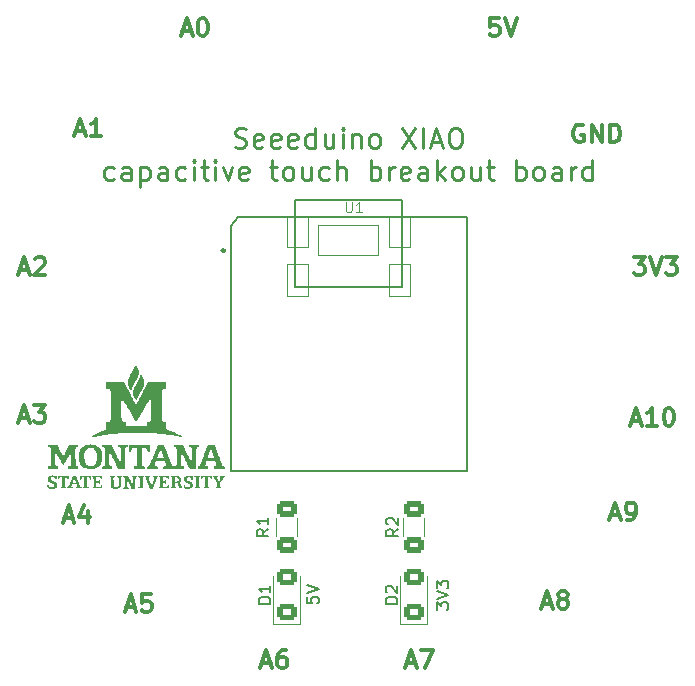
<source format=gto>
%TF.GenerationSoftware,KiCad,Pcbnew,6.0.5-2.fc35*%
%TF.CreationDate,2022-05-23T13:39:23-06:00*%
%TF.ProjectId,test2,74657374-322e-46b6-9963-61645f706362,rev?*%
%TF.SameCoordinates,Original*%
%TF.FileFunction,Legend,Top*%
%TF.FilePolarity,Positive*%
%FSLAX46Y46*%
G04 Gerber Fmt 4.6, Leading zero omitted, Abs format (unit mm)*
G04 Created by KiCad (PCBNEW 6.0.5-2.fc35) date 2022-05-23 13:39:23*
%MOMM*%
%LPD*%
G01*
G04 APERTURE LIST*
G04 Aperture macros list*
%AMRoundRect*
0 Rectangle with rounded corners*
0 $1 Rounding radius*
0 $2 $3 $4 $5 $6 $7 $8 $9 X,Y pos of 4 corners*
0 Add a 4 corners polygon primitive as box body*
4,1,4,$2,$3,$4,$5,$6,$7,$8,$9,$2,$3,0*
0 Add four circle primitives for the rounded corners*
1,1,$1+$1,$2,$3*
1,1,$1+$1,$4,$5*
1,1,$1+$1,$6,$7*
1,1,$1+$1,$8,$9*
0 Add four rect primitives between the rounded corners*
20,1,$1+$1,$2,$3,$4,$5,0*
20,1,$1+$1,$4,$5,$6,$7,0*
20,1,$1+$1,$6,$7,$8,$9,0*
20,1,$1+$1,$8,$9,$2,$3,0*%
G04 Aperture macros list end*
%ADD10C,0.150000*%
%ADD11C,0.300000*%
%ADD12C,0.250000*%
%ADD13C,0.101600*%
%ADD14C,0.066040*%
%ADD15C,0.127000*%
%ADD16C,0.254000*%
%ADD17C,0.120000*%
%ADD18C,3.200000*%
%ADD19O,2.748280X1.998980*%
%ADD20RoundRect,0.250000X-0.625000X0.400000X-0.625000X-0.400000X0.625000X-0.400000X0.625000X0.400000X0*%
%ADD21RoundRect,0.250001X0.624999X-0.462499X0.624999X0.462499X-0.624999X0.462499X-0.624999X-0.462499X0*%
%ADD22C,5.000000*%
G04 APERTURE END LIST*
D10*
X133852380Y-123340476D02*
X133852380Y-123816666D01*
X134328571Y-123864285D01*
X134280952Y-123816666D01*
X134233333Y-123721428D01*
X134233333Y-123483333D01*
X134280952Y-123388095D01*
X134328571Y-123340476D01*
X134423809Y-123292857D01*
X134661904Y-123292857D01*
X134757142Y-123340476D01*
X134804761Y-123388095D01*
X134852380Y-123483333D01*
X134852380Y-123721428D01*
X134804761Y-123816666D01*
X134757142Y-123864285D01*
X133852380Y-123007142D02*
X134852380Y-122673809D01*
X133852380Y-122340476D01*
X144852380Y-124388095D02*
X144852380Y-123769047D01*
X145233333Y-124102380D01*
X145233333Y-123959523D01*
X145280952Y-123864285D01*
X145328571Y-123816666D01*
X145423809Y-123769047D01*
X145661904Y-123769047D01*
X145757142Y-123816666D01*
X145804761Y-123864285D01*
X145852380Y-123959523D01*
X145852380Y-124245238D01*
X145804761Y-124340476D01*
X145757142Y-124388095D01*
X144852380Y-123483333D02*
X145852380Y-123150000D01*
X144852380Y-122816666D01*
X144852380Y-122578571D02*
X144852380Y-121959523D01*
X145233333Y-122292857D01*
X145233333Y-122150000D01*
X145280952Y-122054761D01*
X145328571Y-122007142D01*
X145423809Y-121959523D01*
X145661904Y-121959523D01*
X145757142Y-122007142D01*
X145804761Y-122054761D01*
X145852380Y-122150000D01*
X145852380Y-122435714D01*
X145804761Y-122530952D01*
X145757142Y-122578571D01*
D11*
X150114285Y-74328571D02*
X149400000Y-74328571D01*
X149328571Y-75042857D01*
X149400000Y-74971428D01*
X149542857Y-74900000D01*
X149900000Y-74900000D01*
X150042857Y-74971428D01*
X150114285Y-75042857D01*
X150185714Y-75185714D01*
X150185714Y-75542857D01*
X150114285Y-75685714D01*
X150042857Y-75757142D01*
X149900000Y-75828571D01*
X149542857Y-75828571D01*
X149400000Y-75757142D01*
X149328571Y-75685714D01*
X150614285Y-74328571D02*
X151114285Y-75828571D01*
X151614285Y-74328571D01*
X157257142Y-83400000D02*
X157114285Y-83328571D01*
X156900000Y-83328571D01*
X156685714Y-83400000D01*
X156542857Y-83542857D01*
X156471428Y-83685714D01*
X156400000Y-83971428D01*
X156400000Y-84185714D01*
X156471428Y-84471428D01*
X156542857Y-84614285D01*
X156685714Y-84757142D01*
X156900000Y-84828571D01*
X157042857Y-84828571D01*
X157257142Y-84757142D01*
X157328571Y-84685714D01*
X157328571Y-84185714D01*
X157042857Y-84185714D01*
X157971428Y-84828571D02*
X157971428Y-83328571D01*
X158828571Y-84828571D01*
X158828571Y-83328571D01*
X159542857Y-84828571D02*
X159542857Y-83328571D01*
X159900000Y-83328571D01*
X160114285Y-83400000D01*
X160257142Y-83542857D01*
X160328571Y-83685714D01*
X160400000Y-83971428D01*
X160400000Y-84185714D01*
X160328571Y-84471428D01*
X160257142Y-84614285D01*
X160114285Y-84757142D01*
X159900000Y-84828571D01*
X159542857Y-84828571D01*
X161542857Y-94578571D02*
X162471428Y-94578571D01*
X161971428Y-95150000D01*
X162185714Y-95150000D01*
X162328571Y-95221428D01*
X162400000Y-95292857D01*
X162471428Y-95435714D01*
X162471428Y-95792857D01*
X162400000Y-95935714D01*
X162328571Y-96007142D01*
X162185714Y-96078571D01*
X161757142Y-96078571D01*
X161614285Y-96007142D01*
X161542857Y-95935714D01*
X162900000Y-94578571D02*
X163400000Y-96078571D01*
X163900000Y-94578571D01*
X164257142Y-94578571D02*
X165185714Y-94578571D01*
X164685714Y-95150000D01*
X164900000Y-95150000D01*
X165042857Y-95221428D01*
X165114285Y-95292857D01*
X165185714Y-95435714D01*
X165185714Y-95792857D01*
X165114285Y-95935714D01*
X165042857Y-96007142D01*
X164900000Y-96078571D01*
X164471428Y-96078571D01*
X164328571Y-96007142D01*
X164257142Y-95935714D01*
X161364285Y-108400000D02*
X162078571Y-108400000D01*
X161221428Y-108828571D02*
X161721428Y-107328571D01*
X162221428Y-108828571D01*
X163507142Y-108828571D02*
X162650000Y-108828571D01*
X163078571Y-108828571D02*
X163078571Y-107328571D01*
X162935714Y-107542857D01*
X162792857Y-107685714D01*
X162650000Y-107757142D01*
X164435714Y-107328571D02*
X164578571Y-107328571D01*
X164721428Y-107400000D01*
X164792857Y-107471428D01*
X164864285Y-107614285D01*
X164935714Y-107900000D01*
X164935714Y-108257142D01*
X164864285Y-108542857D01*
X164792857Y-108685714D01*
X164721428Y-108757142D01*
X164578571Y-108828571D01*
X164435714Y-108828571D01*
X164292857Y-108757142D01*
X164221428Y-108685714D01*
X164150000Y-108542857D01*
X164078571Y-108257142D01*
X164078571Y-107900000D01*
X164150000Y-107614285D01*
X164221428Y-107471428D01*
X164292857Y-107400000D01*
X164435714Y-107328571D01*
X159578571Y-116400000D02*
X160292857Y-116400000D01*
X159435714Y-116828571D02*
X159935714Y-115328571D01*
X160435714Y-116828571D01*
X161007142Y-116828571D02*
X161292857Y-116828571D01*
X161435714Y-116757142D01*
X161507142Y-116685714D01*
X161650000Y-116471428D01*
X161721428Y-116185714D01*
X161721428Y-115614285D01*
X161650000Y-115471428D01*
X161578571Y-115400000D01*
X161435714Y-115328571D01*
X161150000Y-115328571D01*
X161007142Y-115400000D01*
X160935714Y-115471428D01*
X160864285Y-115614285D01*
X160864285Y-115971428D01*
X160935714Y-116114285D01*
X161007142Y-116185714D01*
X161150000Y-116257142D01*
X161435714Y-116257142D01*
X161578571Y-116185714D01*
X161650000Y-116114285D01*
X161721428Y-115971428D01*
X153828571Y-123900000D02*
X154542857Y-123900000D01*
X153685714Y-124328571D02*
X154185714Y-122828571D01*
X154685714Y-124328571D01*
X155400000Y-123471428D02*
X155257142Y-123400000D01*
X155185714Y-123328571D01*
X155114285Y-123185714D01*
X155114285Y-123114285D01*
X155185714Y-122971428D01*
X155257142Y-122900000D01*
X155400000Y-122828571D01*
X155685714Y-122828571D01*
X155828571Y-122900000D01*
X155900000Y-122971428D01*
X155971428Y-123114285D01*
X155971428Y-123185714D01*
X155900000Y-123328571D01*
X155828571Y-123400000D01*
X155685714Y-123471428D01*
X155400000Y-123471428D01*
X155257142Y-123542857D01*
X155185714Y-123614285D01*
X155114285Y-123757142D01*
X155114285Y-124042857D01*
X155185714Y-124185714D01*
X155257142Y-124257142D01*
X155400000Y-124328571D01*
X155685714Y-124328571D01*
X155828571Y-124257142D01*
X155900000Y-124185714D01*
X155971428Y-124042857D01*
X155971428Y-123757142D01*
X155900000Y-123614285D01*
X155828571Y-123542857D01*
X155685714Y-123471428D01*
X142328571Y-128900000D02*
X143042857Y-128900000D01*
X142185714Y-129328571D02*
X142685714Y-127828571D01*
X143185714Y-129328571D01*
X143542857Y-127828571D02*
X144542857Y-127828571D01*
X143900000Y-129328571D01*
X130078571Y-128900000D02*
X130792857Y-128900000D01*
X129935714Y-129328571D02*
X130435714Y-127828571D01*
X130935714Y-129328571D01*
X132078571Y-127828571D02*
X131792857Y-127828571D01*
X131650000Y-127900000D01*
X131578571Y-127971428D01*
X131435714Y-128185714D01*
X131364285Y-128471428D01*
X131364285Y-129042857D01*
X131435714Y-129185714D01*
X131507142Y-129257142D01*
X131650000Y-129328571D01*
X131935714Y-129328571D01*
X132078571Y-129257142D01*
X132150000Y-129185714D01*
X132221428Y-129042857D01*
X132221428Y-128685714D01*
X132150000Y-128542857D01*
X132078571Y-128471428D01*
X131935714Y-128400000D01*
X131650000Y-128400000D01*
X131507142Y-128471428D01*
X131435714Y-128542857D01*
X131364285Y-128685714D01*
X118578571Y-124150000D02*
X119292857Y-124150000D01*
X118435714Y-124578571D02*
X118935714Y-123078571D01*
X119435714Y-124578571D01*
X120650000Y-123078571D02*
X119935714Y-123078571D01*
X119864285Y-123792857D01*
X119935714Y-123721428D01*
X120078571Y-123650000D01*
X120435714Y-123650000D01*
X120578571Y-123721428D01*
X120650000Y-123792857D01*
X120721428Y-123935714D01*
X120721428Y-124292857D01*
X120650000Y-124435714D01*
X120578571Y-124507142D01*
X120435714Y-124578571D01*
X120078571Y-124578571D01*
X119935714Y-124507142D01*
X119864285Y-124435714D01*
X113328571Y-116650000D02*
X114042857Y-116650000D01*
X113185714Y-117078571D02*
X113685714Y-115578571D01*
X114185714Y-117078571D01*
X115328571Y-116078571D02*
X115328571Y-117078571D01*
X114971428Y-115507142D02*
X114614285Y-116578571D01*
X115542857Y-116578571D01*
X109578571Y-108150000D02*
X110292857Y-108150000D01*
X109435714Y-108578571D02*
X109935714Y-107078571D01*
X110435714Y-108578571D01*
X110792857Y-107078571D02*
X111721428Y-107078571D01*
X111221428Y-107650000D01*
X111435714Y-107650000D01*
X111578571Y-107721428D01*
X111650000Y-107792857D01*
X111721428Y-107935714D01*
X111721428Y-108292857D01*
X111650000Y-108435714D01*
X111578571Y-108507142D01*
X111435714Y-108578571D01*
X111007142Y-108578571D01*
X110864285Y-108507142D01*
X110792857Y-108435714D01*
X109578571Y-95650000D02*
X110292857Y-95650000D01*
X109435714Y-96078571D02*
X109935714Y-94578571D01*
X110435714Y-96078571D01*
X110864285Y-94721428D02*
X110935714Y-94650000D01*
X111078571Y-94578571D01*
X111435714Y-94578571D01*
X111578571Y-94650000D01*
X111650000Y-94721428D01*
X111721428Y-94864285D01*
X111721428Y-95007142D01*
X111650000Y-95221428D01*
X110792857Y-96078571D01*
X111721428Y-96078571D01*
X114328571Y-83900000D02*
X115042857Y-83900000D01*
X114185714Y-84328571D02*
X114685714Y-82828571D01*
X115185714Y-84328571D01*
X116471428Y-84328571D02*
X115614285Y-84328571D01*
X116042857Y-84328571D02*
X116042857Y-82828571D01*
X115900000Y-83042857D01*
X115757142Y-83185714D01*
X115614285Y-83257142D01*
X123328571Y-75400000D02*
X124042857Y-75400000D01*
X123185714Y-75828571D02*
X123685714Y-74328571D01*
X124185714Y-75828571D01*
X124971428Y-74328571D02*
X125114285Y-74328571D01*
X125257142Y-74400000D01*
X125328571Y-74471428D01*
X125400000Y-74614285D01*
X125471428Y-74900000D01*
X125471428Y-75257142D01*
X125400000Y-75542857D01*
X125328571Y-75685714D01*
X125257142Y-75757142D01*
X125114285Y-75828571D01*
X124971428Y-75828571D01*
X124828571Y-75757142D01*
X124757142Y-75685714D01*
X124685714Y-75542857D01*
X124614285Y-75257142D01*
X124614285Y-74900000D01*
X124685714Y-74614285D01*
X124757142Y-74471428D01*
X124828571Y-74400000D01*
X124971428Y-74328571D01*
D12*
X127753016Y-85219595D02*
X127995873Y-85300547D01*
X128400635Y-85300547D01*
X128562540Y-85219595D01*
X128643492Y-85138642D01*
X128724445Y-84976738D01*
X128724445Y-84814833D01*
X128643492Y-84652928D01*
X128562540Y-84571976D01*
X128400635Y-84491023D01*
X128076826Y-84410071D01*
X127914921Y-84329119D01*
X127833969Y-84248166D01*
X127753016Y-84086261D01*
X127753016Y-83924357D01*
X127833969Y-83762452D01*
X127914921Y-83681500D01*
X128076826Y-83600547D01*
X128481588Y-83600547D01*
X128724445Y-83681500D01*
X130100635Y-85219595D02*
X129938730Y-85300547D01*
X129614921Y-85300547D01*
X129453016Y-85219595D01*
X129372064Y-85057690D01*
X129372064Y-84410071D01*
X129453016Y-84248166D01*
X129614921Y-84167214D01*
X129938730Y-84167214D01*
X130100635Y-84248166D01*
X130181588Y-84410071D01*
X130181588Y-84571976D01*
X129372064Y-84733880D01*
X131557778Y-85219595D02*
X131395873Y-85300547D01*
X131072064Y-85300547D01*
X130910159Y-85219595D01*
X130829207Y-85057690D01*
X130829207Y-84410071D01*
X130910159Y-84248166D01*
X131072064Y-84167214D01*
X131395873Y-84167214D01*
X131557778Y-84248166D01*
X131638730Y-84410071D01*
X131638730Y-84571976D01*
X130829207Y-84733880D01*
X133014921Y-85219595D02*
X132853016Y-85300547D01*
X132529207Y-85300547D01*
X132367302Y-85219595D01*
X132286349Y-85057690D01*
X132286349Y-84410071D01*
X132367302Y-84248166D01*
X132529207Y-84167214D01*
X132853016Y-84167214D01*
X133014921Y-84248166D01*
X133095873Y-84410071D01*
X133095873Y-84571976D01*
X132286349Y-84733880D01*
X134553016Y-85300547D02*
X134553016Y-83600547D01*
X134553016Y-85219595D02*
X134391111Y-85300547D01*
X134067302Y-85300547D01*
X133905397Y-85219595D01*
X133824445Y-85138642D01*
X133743492Y-84976738D01*
X133743492Y-84491023D01*
X133824445Y-84329119D01*
X133905397Y-84248166D01*
X134067302Y-84167214D01*
X134391111Y-84167214D01*
X134553016Y-84248166D01*
X136091111Y-84167214D02*
X136091111Y-85300547D01*
X135362540Y-84167214D02*
X135362540Y-85057690D01*
X135443492Y-85219595D01*
X135605397Y-85300547D01*
X135848254Y-85300547D01*
X136010159Y-85219595D01*
X136091111Y-85138642D01*
X136900635Y-85300547D02*
X136900635Y-84167214D01*
X136900635Y-83600547D02*
X136819683Y-83681500D01*
X136900635Y-83762452D01*
X136981588Y-83681500D01*
X136900635Y-83600547D01*
X136900635Y-83762452D01*
X137710159Y-84167214D02*
X137710159Y-85300547D01*
X137710159Y-84329119D02*
X137791111Y-84248166D01*
X137953016Y-84167214D01*
X138195873Y-84167214D01*
X138357778Y-84248166D01*
X138438730Y-84410071D01*
X138438730Y-85300547D01*
X139491111Y-85300547D02*
X139329207Y-85219595D01*
X139248254Y-85138642D01*
X139167302Y-84976738D01*
X139167302Y-84491023D01*
X139248254Y-84329119D01*
X139329207Y-84248166D01*
X139491111Y-84167214D01*
X139733969Y-84167214D01*
X139895873Y-84248166D01*
X139976826Y-84329119D01*
X140057778Y-84491023D01*
X140057778Y-84976738D01*
X139976826Y-85138642D01*
X139895873Y-85219595D01*
X139733969Y-85300547D01*
X139491111Y-85300547D01*
X141919683Y-83600547D02*
X143053016Y-85300547D01*
X143053016Y-83600547D02*
X141919683Y-85300547D01*
X143700635Y-85300547D02*
X143700635Y-83600547D01*
X144429207Y-84814833D02*
X145238730Y-84814833D01*
X144267302Y-85300547D02*
X144833969Y-83600547D01*
X145400635Y-85300547D01*
X146291111Y-83600547D02*
X146614921Y-83600547D01*
X146776826Y-83681500D01*
X146938730Y-83843404D01*
X147019683Y-84167214D01*
X147019683Y-84733880D01*
X146938730Y-85057690D01*
X146776826Y-85219595D01*
X146614921Y-85300547D01*
X146291111Y-85300547D01*
X146129207Y-85219595D01*
X145967302Y-85057690D01*
X145886350Y-84733880D01*
X145886350Y-84167214D01*
X145967302Y-83843404D01*
X146129207Y-83681500D01*
X146291111Y-83600547D01*
X117512540Y-87956595D02*
X117350635Y-88037547D01*
X117026826Y-88037547D01*
X116864921Y-87956595D01*
X116783969Y-87875642D01*
X116703016Y-87713738D01*
X116703016Y-87228023D01*
X116783969Y-87066119D01*
X116864921Y-86985166D01*
X117026826Y-86904214D01*
X117350635Y-86904214D01*
X117512540Y-86985166D01*
X118969683Y-88037547D02*
X118969683Y-87147071D01*
X118888730Y-86985166D01*
X118726826Y-86904214D01*
X118403016Y-86904214D01*
X118241111Y-86985166D01*
X118969683Y-87956595D02*
X118807778Y-88037547D01*
X118403016Y-88037547D01*
X118241111Y-87956595D01*
X118160159Y-87794690D01*
X118160159Y-87632785D01*
X118241111Y-87470880D01*
X118403016Y-87389928D01*
X118807778Y-87389928D01*
X118969683Y-87308976D01*
X119779207Y-86904214D02*
X119779207Y-88604214D01*
X119779207Y-86985166D02*
X119941111Y-86904214D01*
X120264921Y-86904214D01*
X120426826Y-86985166D01*
X120507778Y-87066119D01*
X120588730Y-87228023D01*
X120588730Y-87713738D01*
X120507778Y-87875642D01*
X120426826Y-87956595D01*
X120264921Y-88037547D01*
X119941111Y-88037547D01*
X119779207Y-87956595D01*
X122045873Y-88037547D02*
X122045873Y-87147071D01*
X121964921Y-86985166D01*
X121803016Y-86904214D01*
X121479207Y-86904214D01*
X121317302Y-86985166D01*
X122045873Y-87956595D02*
X121883969Y-88037547D01*
X121479207Y-88037547D01*
X121317302Y-87956595D01*
X121236349Y-87794690D01*
X121236349Y-87632785D01*
X121317302Y-87470880D01*
X121479207Y-87389928D01*
X121883969Y-87389928D01*
X122045873Y-87308976D01*
X123583969Y-87956595D02*
X123422064Y-88037547D01*
X123098254Y-88037547D01*
X122936349Y-87956595D01*
X122855397Y-87875642D01*
X122774445Y-87713738D01*
X122774445Y-87228023D01*
X122855397Y-87066119D01*
X122936349Y-86985166D01*
X123098254Y-86904214D01*
X123422064Y-86904214D01*
X123583969Y-86985166D01*
X124312540Y-88037547D02*
X124312540Y-86904214D01*
X124312540Y-86337547D02*
X124231588Y-86418500D01*
X124312540Y-86499452D01*
X124393492Y-86418500D01*
X124312540Y-86337547D01*
X124312540Y-86499452D01*
X124879207Y-86904214D02*
X125526826Y-86904214D01*
X125122064Y-86337547D02*
X125122064Y-87794690D01*
X125203016Y-87956595D01*
X125364921Y-88037547D01*
X125526826Y-88037547D01*
X126093492Y-88037547D02*
X126093492Y-86904214D01*
X126093492Y-86337547D02*
X126012540Y-86418500D01*
X126093492Y-86499452D01*
X126174445Y-86418500D01*
X126093492Y-86337547D01*
X126093492Y-86499452D01*
X126741111Y-86904214D02*
X127145873Y-88037547D01*
X127550635Y-86904214D01*
X128845873Y-87956595D02*
X128683969Y-88037547D01*
X128360159Y-88037547D01*
X128198254Y-87956595D01*
X128117302Y-87794690D01*
X128117302Y-87147071D01*
X128198254Y-86985166D01*
X128360159Y-86904214D01*
X128683969Y-86904214D01*
X128845873Y-86985166D01*
X128926826Y-87147071D01*
X128926826Y-87308976D01*
X128117302Y-87470880D01*
X130707778Y-86904214D02*
X131355397Y-86904214D01*
X130950635Y-86337547D02*
X130950635Y-87794690D01*
X131031588Y-87956595D01*
X131193492Y-88037547D01*
X131355397Y-88037547D01*
X132164921Y-88037547D02*
X132003016Y-87956595D01*
X131922064Y-87875642D01*
X131841111Y-87713738D01*
X131841111Y-87228023D01*
X131922064Y-87066119D01*
X132003016Y-86985166D01*
X132164921Y-86904214D01*
X132407778Y-86904214D01*
X132569683Y-86985166D01*
X132650635Y-87066119D01*
X132731588Y-87228023D01*
X132731588Y-87713738D01*
X132650635Y-87875642D01*
X132569683Y-87956595D01*
X132407778Y-88037547D01*
X132164921Y-88037547D01*
X134188730Y-86904214D02*
X134188730Y-88037547D01*
X133460159Y-86904214D02*
X133460159Y-87794690D01*
X133541111Y-87956595D01*
X133703016Y-88037547D01*
X133945873Y-88037547D01*
X134107778Y-87956595D01*
X134188730Y-87875642D01*
X135726826Y-87956595D02*
X135564921Y-88037547D01*
X135241111Y-88037547D01*
X135079207Y-87956595D01*
X134998254Y-87875642D01*
X134917302Y-87713738D01*
X134917302Y-87228023D01*
X134998254Y-87066119D01*
X135079207Y-86985166D01*
X135241111Y-86904214D01*
X135564921Y-86904214D01*
X135726826Y-86985166D01*
X136455397Y-88037547D02*
X136455397Y-86337547D01*
X137183969Y-88037547D02*
X137183969Y-87147071D01*
X137103016Y-86985166D01*
X136941111Y-86904214D01*
X136698254Y-86904214D01*
X136536350Y-86985166D01*
X136455397Y-87066119D01*
X139288730Y-88037547D02*
X139288730Y-86337547D01*
X139288730Y-86985166D02*
X139450635Y-86904214D01*
X139774445Y-86904214D01*
X139936350Y-86985166D01*
X140017302Y-87066119D01*
X140098254Y-87228023D01*
X140098254Y-87713738D01*
X140017302Y-87875642D01*
X139936350Y-87956595D01*
X139774445Y-88037547D01*
X139450635Y-88037547D01*
X139288730Y-87956595D01*
X140826826Y-88037547D02*
X140826826Y-86904214D01*
X140826826Y-87228023D02*
X140907778Y-87066119D01*
X140988730Y-86985166D01*
X141150635Y-86904214D01*
X141312540Y-86904214D01*
X142526826Y-87956595D02*
X142364921Y-88037547D01*
X142041111Y-88037547D01*
X141879207Y-87956595D01*
X141798254Y-87794690D01*
X141798254Y-87147071D01*
X141879207Y-86985166D01*
X142041111Y-86904214D01*
X142364921Y-86904214D01*
X142526826Y-86985166D01*
X142607778Y-87147071D01*
X142607778Y-87308976D01*
X141798254Y-87470880D01*
X144064921Y-88037547D02*
X144064921Y-87147071D01*
X143983969Y-86985166D01*
X143822064Y-86904214D01*
X143498254Y-86904214D01*
X143336350Y-86985166D01*
X144064921Y-87956595D02*
X143903016Y-88037547D01*
X143498254Y-88037547D01*
X143336350Y-87956595D01*
X143255397Y-87794690D01*
X143255397Y-87632785D01*
X143336350Y-87470880D01*
X143498254Y-87389928D01*
X143903016Y-87389928D01*
X144064921Y-87308976D01*
X144874445Y-88037547D02*
X144874445Y-86337547D01*
X145036350Y-87389928D02*
X145522064Y-88037547D01*
X145522064Y-86904214D02*
X144874445Y-87551833D01*
X146493492Y-88037547D02*
X146331588Y-87956595D01*
X146250635Y-87875642D01*
X146169683Y-87713738D01*
X146169683Y-87228023D01*
X146250635Y-87066119D01*
X146331588Y-86985166D01*
X146493492Y-86904214D01*
X146736350Y-86904214D01*
X146898254Y-86985166D01*
X146979207Y-87066119D01*
X147060159Y-87228023D01*
X147060159Y-87713738D01*
X146979207Y-87875642D01*
X146898254Y-87956595D01*
X146736350Y-88037547D01*
X146493492Y-88037547D01*
X148517302Y-86904214D02*
X148517302Y-88037547D01*
X147788730Y-86904214D02*
X147788730Y-87794690D01*
X147869683Y-87956595D01*
X148031588Y-88037547D01*
X148274445Y-88037547D01*
X148436350Y-87956595D01*
X148517302Y-87875642D01*
X149083969Y-86904214D02*
X149731588Y-86904214D01*
X149326826Y-86337547D02*
X149326826Y-87794690D01*
X149407778Y-87956595D01*
X149569683Y-88037547D01*
X149731588Y-88037547D01*
X151593492Y-88037547D02*
X151593492Y-86337547D01*
X151593492Y-86985166D02*
X151755397Y-86904214D01*
X152079207Y-86904214D01*
X152241111Y-86985166D01*
X152322064Y-87066119D01*
X152403016Y-87228023D01*
X152403016Y-87713738D01*
X152322064Y-87875642D01*
X152241111Y-87956595D01*
X152079207Y-88037547D01*
X151755397Y-88037547D01*
X151593492Y-87956595D01*
X153374445Y-88037547D02*
X153212540Y-87956595D01*
X153131588Y-87875642D01*
X153050635Y-87713738D01*
X153050635Y-87228023D01*
X153131588Y-87066119D01*
X153212540Y-86985166D01*
X153374445Y-86904214D01*
X153617302Y-86904214D01*
X153779207Y-86985166D01*
X153860159Y-87066119D01*
X153941111Y-87228023D01*
X153941111Y-87713738D01*
X153860159Y-87875642D01*
X153779207Y-87956595D01*
X153617302Y-88037547D01*
X153374445Y-88037547D01*
X155398254Y-88037547D02*
X155398254Y-87147071D01*
X155317302Y-86985166D01*
X155155397Y-86904214D01*
X154831588Y-86904214D01*
X154669683Y-86985166D01*
X155398254Y-87956595D02*
X155236350Y-88037547D01*
X154831588Y-88037547D01*
X154669683Y-87956595D01*
X154588730Y-87794690D01*
X154588730Y-87632785D01*
X154669683Y-87470880D01*
X154831588Y-87389928D01*
X155236350Y-87389928D01*
X155398254Y-87308976D01*
X156207778Y-88037547D02*
X156207778Y-86904214D01*
X156207778Y-87228023D02*
X156288730Y-87066119D01*
X156369683Y-86985166D01*
X156531588Y-86904214D01*
X156693492Y-86904214D01*
X157988730Y-88037547D02*
X157988730Y-86337547D01*
X157988730Y-87956595D02*
X157826826Y-88037547D01*
X157503016Y-88037547D01*
X157341111Y-87956595D01*
X157260159Y-87875642D01*
X157179207Y-87713738D01*
X157179207Y-87228023D01*
X157260159Y-87066119D01*
X157341111Y-86985166D01*
X157503016Y-86904214D01*
X157826826Y-86904214D01*
X157988730Y-86985166D01*
D13*
X137147166Y-89882666D02*
X137147166Y-90602333D01*
X137189500Y-90687000D01*
X137231833Y-90729333D01*
X137316500Y-90771666D01*
X137485833Y-90771666D01*
X137570500Y-90729333D01*
X137612833Y-90687000D01*
X137655166Y-90602333D01*
X137655166Y-89882666D01*
X138544166Y-90771666D02*
X138036166Y-90771666D01*
X138290166Y-90771666D02*
X138290166Y-89882666D01*
X138205500Y-90009666D01*
X138120833Y-90094333D01*
X138036166Y-90136666D01*
D10*
X141602380Y-117566666D02*
X141126190Y-117900000D01*
X141602380Y-118138095D02*
X140602380Y-118138095D01*
X140602380Y-117757142D01*
X140650000Y-117661904D01*
X140697619Y-117614285D01*
X140792857Y-117566666D01*
X140935714Y-117566666D01*
X141030952Y-117614285D01*
X141078571Y-117661904D01*
X141126190Y-117757142D01*
X141126190Y-118138095D01*
X140697619Y-117185714D02*
X140650000Y-117138095D01*
X140602380Y-117042857D01*
X140602380Y-116804761D01*
X140650000Y-116709523D01*
X140697619Y-116661904D01*
X140792857Y-116614285D01*
X140888095Y-116614285D01*
X141030952Y-116661904D01*
X141602380Y-117233333D01*
X141602380Y-116614285D01*
X130602380Y-117566666D02*
X130126190Y-117900000D01*
X130602380Y-118138095D02*
X129602380Y-118138095D01*
X129602380Y-117757142D01*
X129650000Y-117661904D01*
X129697619Y-117614285D01*
X129792857Y-117566666D01*
X129935714Y-117566666D01*
X130030952Y-117614285D01*
X130078571Y-117661904D01*
X130126190Y-117757142D01*
X130126190Y-118138095D01*
X130602380Y-116614285D02*
X130602380Y-117185714D01*
X130602380Y-116900000D02*
X129602380Y-116900000D01*
X129745238Y-116995238D01*
X129840476Y-117090476D01*
X129888095Y-117185714D01*
X141532380Y-123888095D02*
X140532380Y-123888095D01*
X140532380Y-123650000D01*
X140580000Y-123507142D01*
X140675238Y-123411904D01*
X140770476Y-123364285D01*
X140960952Y-123316666D01*
X141103809Y-123316666D01*
X141294285Y-123364285D01*
X141389523Y-123411904D01*
X141484761Y-123507142D01*
X141532380Y-123650000D01*
X141532380Y-123888095D01*
X140627619Y-122935714D02*
X140580000Y-122888095D01*
X140532380Y-122792857D01*
X140532380Y-122554761D01*
X140580000Y-122459523D01*
X140627619Y-122411904D01*
X140722857Y-122364285D01*
X140818095Y-122364285D01*
X140960952Y-122411904D01*
X141532380Y-122983333D01*
X141532380Y-122364285D01*
X130782380Y-123888095D02*
X129782380Y-123888095D01*
X129782380Y-123650000D01*
X129830000Y-123507142D01*
X129925238Y-123411904D01*
X130020476Y-123364285D01*
X130210952Y-123316666D01*
X130353809Y-123316666D01*
X130544285Y-123364285D01*
X130639523Y-123411904D01*
X130734761Y-123507142D01*
X130782380Y-123650000D01*
X130782380Y-123888095D01*
X130782380Y-122364285D02*
X130782380Y-122935714D01*
X130782380Y-122650000D02*
X129782380Y-122650000D01*
X129925238Y-122745238D01*
X130020476Y-122840476D01*
X130068095Y-122935714D01*
D14*
X134840000Y-94370000D02*
X139920000Y-94370000D01*
D15*
X141883420Y-89726880D02*
X141883420Y-97080180D01*
X132884200Y-97080180D02*
X132884200Y-89726880D01*
D14*
X132173000Y-91068000D02*
X133951000Y-91068000D01*
D15*
X127400000Y-112650000D02*
X147400000Y-112650000D01*
X128000000Y-91150000D02*
X127400000Y-91886190D01*
D14*
X140809000Y-91068000D02*
X142587000Y-91068000D01*
X132173000Y-93735000D02*
X132173000Y-91068000D01*
X134840000Y-94370000D02*
X134840000Y-91830000D01*
X142587000Y-93735000D02*
X142587000Y-91068000D01*
D15*
X147400000Y-112650000D02*
X147400000Y-91150000D01*
D14*
X133951000Y-93735000D02*
X133951000Y-91068000D01*
X140809000Y-97801540D02*
X142587000Y-97801540D01*
X132173000Y-93735000D02*
X133951000Y-93735000D01*
D15*
X132889280Y-89726880D02*
X141883420Y-89726880D01*
X127400000Y-91886190D02*
X127400000Y-112650000D01*
D14*
X140809000Y-97801540D02*
X140809000Y-95132000D01*
X140809000Y-93735000D02*
X140809000Y-91068000D01*
X142587000Y-97801540D02*
X142587000Y-95132000D01*
X132173000Y-95132000D02*
X133951000Y-95132000D01*
X132173000Y-97801540D02*
X133951000Y-97801540D01*
X139920000Y-94370000D02*
X139920000Y-91830000D01*
D15*
X141883420Y-97080180D02*
X132884200Y-97080180D01*
D14*
X140809000Y-93735000D02*
X142587000Y-93735000D01*
X133951000Y-97801540D02*
X133951000Y-95132000D01*
X134840000Y-91830000D02*
X139920000Y-91830000D01*
D15*
X147400000Y-91150000D02*
X128000000Y-91150000D01*
D14*
X140809000Y-95132000D02*
X142587000Y-95132000D01*
X132173000Y-97801540D02*
X132173000Y-95132000D01*
D16*
X126927000Y-93989000D02*
G75*
G03*
X126927000Y-93989000I-127000J0D01*
G01*
D17*
X143810000Y-116672936D02*
X143810000Y-118127064D01*
X141990000Y-116672936D02*
X141990000Y-118127064D01*
X131240000Y-116672936D02*
X131240000Y-118127064D01*
X133060000Y-116672936D02*
X133060000Y-118127064D01*
X144035000Y-125610000D02*
X144035000Y-121550000D01*
X141765000Y-125610000D02*
X144035000Y-125610000D01*
X141765000Y-121550000D02*
X141765000Y-125610000D01*
X133285000Y-125610000D02*
X133285000Y-121550000D01*
X131015000Y-125610000D02*
X133285000Y-125610000D01*
X131015000Y-121550000D02*
X131015000Y-125610000D01*
G36*
X112483812Y-113039499D02*
G01*
X112577916Y-113052344D01*
X112585375Y-113053737D01*
X112637264Y-113063590D01*
X112677107Y-113071009D01*
X112698141Y-113074742D01*
X112699752Y-113074956D01*
X112701165Y-113088020D01*
X112702305Y-113123426D01*
X112703042Y-113175495D01*
X112703254Y-113227828D01*
X112702857Y-113295058D01*
X112701157Y-113338899D01*
X112697386Y-113363972D01*
X112690782Y-113374904D01*
X112680578Y-113376318D01*
X112678737Y-113376004D01*
X112645946Y-113372009D01*
X112615692Y-113370239D01*
X112589297Y-113366034D01*
X112578806Y-113349650D01*
X112577165Y-113322204D01*
X112564553Y-113265031D01*
X112531303Y-113212232D01*
X112484292Y-113173470D01*
X112465086Y-113164727D01*
X112390968Y-113148495D01*
X112317524Y-113150550D01*
X112250975Y-113169143D01*
X112197545Y-113202520D01*
X112163455Y-113248929D01*
X112163108Y-113249751D01*
X112149085Y-113297306D01*
X112151305Y-113338818D01*
X112171863Y-113376549D01*
X112212851Y-113412760D01*
X112276362Y-113449710D01*
X112364491Y-113489662D01*
X112397921Y-113503324D01*
X112505666Y-113549543D01*
X112588717Y-113593011D01*
X112649847Y-113636508D01*
X112691828Y-113682812D01*
X112717436Y-113734704D01*
X112729443Y-113794961D01*
X112731274Y-113837360D01*
X112719447Y-113930147D01*
X112684435Y-114007850D01*
X112626941Y-114070028D01*
X112547666Y-114116243D01*
X112447313Y-114146054D01*
X112326586Y-114159023D01*
X112219912Y-114157238D01*
X112173518Y-114153233D01*
X112115668Y-114146678D01*
X112054132Y-114138651D01*
X111996680Y-114130229D01*
X111951081Y-114122491D01*
X111925106Y-114116516D01*
X111924327Y-114116231D01*
X111915194Y-114106127D01*
X111909223Y-114081376D01*
X111905901Y-114037791D01*
X111904715Y-113971187D01*
X111904689Y-113956085D01*
X111904689Y-113803475D01*
X111972468Y-113803475D01*
X112013092Y-113804366D01*
X112033250Y-113810576D01*
X112040497Y-113827411D01*
X112042086Y-113852370D01*
X112055966Y-113923315D01*
X112091828Y-113977311D01*
X112149976Y-114014628D01*
X112230711Y-114035540D01*
X112247492Y-114037565D01*
X112330917Y-114036971D01*
X112398837Y-114017689D01*
X112448693Y-113981436D01*
X112477925Y-113929930D01*
X112484732Y-113878344D01*
X112481022Y-113841230D01*
X112469389Y-113810138D01*
X112446401Y-113782203D01*
X112408627Y-113754561D01*
X112352636Y-113724344D01*
X112274995Y-113688688D01*
X112238809Y-113672990D01*
X112143776Y-113630583D01*
X112071401Y-113594026D01*
X112017680Y-113560550D01*
X111978610Y-113527386D01*
X111950188Y-113491762D01*
X111933414Y-113461688D01*
X111908212Y-113380264D01*
X111908584Y-113298676D01*
X111932438Y-113221211D01*
X111977684Y-113152162D01*
X112042231Y-113095816D01*
X112123988Y-113056464D01*
X112132152Y-113053893D01*
X112199845Y-113040435D01*
X112286523Y-113033548D01*
X112383930Y-113033235D01*
X112483812Y-113039499D01*
G37*
G36*
X117634721Y-113113486D02*
G01*
X117631660Y-113145075D01*
X117618016Y-113157370D01*
X117599088Y-113159018D01*
X117564927Y-113168705D01*
X117530271Y-113192235D01*
X117528109Y-113194335D01*
X117492792Y-113229652D01*
X117497223Y-113555090D01*
X117499173Y-113670579D01*
X117502056Y-113761498D01*
X117506692Y-113831297D01*
X117513899Y-113883426D01*
X117524497Y-113921336D01*
X117539303Y-113948477D01*
X117559138Y-113968297D01*
X117584819Y-113984248D01*
X117600984Y-113992267D01*
X117657877Y-114008483D01*
X117724928Y-114011926D01*
X117791036Y-114003287D01*
X117845099Y-113983257D01*
X117855594Y-113976431D01*
X117879699Y-113957152D01*
X117898445Y-113936860D01*
X117912504Y-113911913D01*
X117922544Y-113878670D01*
X117929236Y-113833490D01*
X117933250Y-113772731D01*
X117935255Y-113692751D01*
X117935921Y-113589910D01*
X117935963Y-113539560D01*
X117935905Y-113435736D01*
X117935507Y-113356309D01*
X117934428Y-113297654D01*
X117932332Y-113256149D01*
X117928878Y-113228170D01*
X117923728Y-113210093D01*
X117916543Y-113198296D01*
X117906984Y-113189155D01*
X117902888Y-113185810D01*
X117867597Y-113166061D01*
X117836341Y-113159018D01*
X117812338Y-113154160D01*
X117803591Y-113134046D01*
X117802868Y-113116988D01*
X117802868Y-113074958D01*
X118237176Y-113074958D01*
X118237176Y-113116988D01*
X118231331Y-113149410D01*
X118217713Y-113159018D01*
X118193447Y-113167290D01*
X118165176Y-113185772D01*
X118155036Y-113194609D01*
X118147141Y-113205010D01*
X118141127Y-113220431D01*
X118136630Y-113244330D01*
X118133290Y-113280166D01*
X118130741Y-113331396D01*
X118128621Y-113401478D01*
X118126568Y-113493868D01*
X118125097Y-113567543D01*
X118118092Y-113922559D01*
X118074557Y-113999614D01*
X118041566Y-114050339D01*
X118005090Y-114085608D01*
X117953456Y-114116646D01*
X117952155Y-114117318D01*
X117910120Y-114137155D01*
X117871300Y-114149792D01*
X117826503Y-114157140D01*
X117766534Y-114161113D01*
X117736507Y-114162177D01*
X117669045Y-114162673D01*
X117604533Y-114160432D01*
X117553208Y-114155911D01*
X117537309Y-114153289D01*
X117445506Y-114121199D01*
X117370249Y-114067861D01*
X117314210Y-113995244D01*
X117308759Y-113985044D01*
X117269542Y-113908362D01*
X117266514Y-113563167D01*
X117265421Y-113455171D01*
X117264086Y-113371661D01*
X117262227Y-113309101D01*
X117259566Y-113263957D01*
X117255821Y-113232694D01*
X117250712Y-113211779D01*
X117243958Y-113197676D01*
X117236797Y-113188495D01*
X117208317Y-113166563D01*
X117184260Y-113159018D01*
X117165669Y-113151972D01*
X117158759Y-113126427D01*
X117158401Y-113113486D01*
X117158391Y-113067953D01*
X117634693Y-113067953D01*
X117634721Y-113113486D01*
G37*
G36*
X123907472Y-113054093D02*
G01*
X123985705Y-113059335D01*
X124059451Y-113068283D01*
X124123272Y-113080380D01*
X124171728Y-113095071D01*
X124199381Y-113111800D01*
X124202954Y-113117512D01*
X124206707Y-113142362D01*
X124208682Y-113187220D01*
X124208621Y-113244118D01*
X124207914Y-113270000D01*
X124203417Y-113397187D01*
X124150216Y-113397187D01*
X124116075Y-113395399D01*
X124099452Y-113384721D01*
X124091780Y-113357177D01*
X124089427Y-113340613D01*
X124068545Y-113269149D01*
X124027750Y-113217382D01*
X123967112Y-113185368D01*
X123886699Y-113173159D01*
X123876172Y-113173028D01*
X123796285Y-113182393D01*
X123734527Y-113209390D01*
X123693059Y-113252368D01*
X123674038Y-113309676D01*
X123673028Y-113328344D01*
X123680855Y-113372552D01*
X123706348Y-113411154D01*
X123752523Y-113446960D01*
X123822397Y-113482782D01*
X123852688Y-113495710D01*
X123945217Y-113534270D01*
X124015828Y-113565176D01*
X124068789Y-113590736D01*
X124108372Y-113613255D01*
X124138847Y-113635042D01*
X124164484Y-113658403D01*
X124175778Y-113670259D01*
X124221477Y-113738815D01*
X124243734Y-113815468D01*
X124243612Y-113894730D01*
X124222176Y-113971114D01*
X124180489Y-114039130D01*
X124119615Y-114093292D01*
X124090593Y-114109625D01*
X124008367Y-114139102D01*
X123908963Y-114158556D01*
X123801749Y-114166929D01*
X123696095Y-114163159D01*
X123659018Y-114158435D01*
X123627158Y-114153435D01*
X123578668Y-114145812D01*
X123529427Y-114138062D01*
X123434859Y-114123171D01*
X123434859Y-113817484D01*
X123496059Y-113817484D01*
X123534234Y-113818741D01*
X123553096Y-113827286D01*
X123561353Y-113850280D01*
X123564848Y-113874058D01*
X123584980Y-113944112D01*
X123624629Y-113995376D01*
X123684738Y-114028539D01*
X123766249Y-114044296D01*
X123798551Y-114045804D01*
X123880160Y-114038316D01*
X123940554Y-114012814D01*
X123979514Y-113969474D01*
X123996821Y-113908475D01*
X123997734Y-113883734D01*
X123990782Y-113837804D01*
X123968765Y-113800268D01*
X123927814Y-113767157D01*
X123864059Y-113734499D01*
X123843871Y-113725842D01*
X123725054Y-113674260D01*
X123630659Y-113628095D01*
X123558154Y-113585108D01*
X123505009Y-113543058D01*
X123468692Y-113499705D01*
X123446672Y-113452807D01*
X123436418Y-113400124D01*
X123434859Y-113363770D01*
X123444968Y-113273216D01*
X123476059Y-113199318D01*
X123529285Y-113140786D01*
X123605796Y-113096328D01*
X123700248Y-113066154D01*
X123759304Y-113056947D01*
X123830192Y-113053112D01*
X123907472Y-113054093D01*
G37*
G36*
X119427313Y-113071301D02*
G01*
X119457361Y-113075319D01*
X119474332Y-113082577D01*
X119481962Y-113093726D01*
X119483984Y-113109416D01*
X119484060Y-113117962D01*
X119480930Y-113147436D01*
X119473552Y-113160059D01*
X119441788Y-113163117D01*
X119416045Y-113167173D01*
X119395665Y-113174956D01*
X119379990Y-113189191D01*
X119368359Y-113212606D01*
X119360116Y-113247927D01*
X119354600Y-113297881D01*
X119351153Y-113365195D01*
X119349116Y-113452595D01*
X119347831Y-113562810D01*
X119346762Y-113684872D01*
X119342558Y-114153723D01*
X119038784Y-114153723D01*
X119017448Y-114101185D01*
X119003635Y-114069291D01*
X118980634Y-114018465D01*
X118951355Y-113955048D01*
X118918708Y-113885384D01*
X118909785Y-113866519D01*
X118870333Y-113783034D01*
X118827208Y-113691371D01*
X118785699Y-113602789D01*
X118751896Y-113530281D01*
X118714684Y-113451663D01*
X118686644Y-113396536D01*
X118666180Y-113362523D01*
X118651699Y-113347244D01*
X118641605Y-113348323D01*
X118636201Y-113357784D01*
X118633963Y-113377651D01*
X118632343Y-113421155D01*
X118631393Y-113483922D01*
X118631167Y-113561574D01*
X118631718Y-113649735D01*
X118632183Y-113688058D01*
X118633776Y-113789778D01*
X118635597Y-113867247D01*
X118637991Y-113924235D01*
X118641302Y-113964511D01*
X118645877Y-113991846D01*
X118652060Y-114010007D01*
X118660197Y-114022765D01*
X118663148Y-114026187D01*
X118699145Y-114049490D01*
X118729695Y-114055653D01*
X118756511Y-114058622D01*
X118767508Y-114073158D01*
X118769553Y-114104688D01*
X118769553Y-114153723D01*
X118307226Y-114153723D01*
X118307226Y-114104688D01*
X118309600Y-114071724D01*
X118321450Y-114058205D01*
X118348255Y-114055653D01*
X118396535Y-114043151D01*
X118430331Y-114008221D01*
X118440981Y-113980952D01*
X118442904Y-113959024D01*
X118444333Y-113913164D01*
X118445230Y-113847454D01*
X118445560Y-113765978D01*
X118445287Y-113672818D01*
X118444505Y-113583125D01*
X118443099Y-113465215D01*
X118441263Y-113372252D01*
X118438077Y-113301166D01*
X118432623Y-113248887D01*
X118423979Y-113212346D01*
X118411227Y-113188474D01*
X118393446Y-113174202D01*
X118369717Y-113166460D01*
X118339120Y-113162179D01*
X118317733Y-113160059D01*
X118310360Y-113147071D01*
X118307227Y-113117222D01*
X118307226Y-113116641D01*
X118307226Y-113074264D01*
X118531513Y-113078114D01*
X118755800Y-113081963D01*
X118942003Y-113481246D01*
X118988003Y-113578801D01*
X119030705Y-113667293D01*
X119068595Y-113743746D01*
X119100159Y-113805183D01*
X119123883Y-113848628D01*
X119138254Y-113871105D01*
X119141517Y-113873524D01*
X119145657Y-113857717D01*
X119149178Y-113817019D01*
X119151954Y-113754553D01*
X119153859Y-113673443D01*
X119154767Y-113576815D01*
X119154826Y-113542914D01*
X119154650Y-113432957D01*
X119153619Y-113347695D01*
X119150981Y-113283801D01*
X119145986Y-113237950D01*
X119137881Y-113206818D01*
X119125915Y-113187078D01*
X119109335Y-113175404D01*
X119087391Y-113168473D01*
X119069359Y-113164834D01*
X119036621Y-113155222D01*
X119023585Y-113137741D01*
X119021732Y-113116149D01*
X119021732Y-113076398D01*
X119221374Y-113072176D01*
X119313054Y-113070380D01*
X119380456Y-113069872D01*
X119427313Y-113071301D01*
G37*
G36*
X120590844Y-113109717D02*
G01*
X120588311Y-113139629D01*
X120575363Y-113154707D01*
X120543975Y-113162893D01*
X120535744Y-113164248D01*
X120492268Y-113177591D01*
X120472719Y-113198026D01*
X120474918Y-113217763D01*
X120485320Y-113258969D01*
X120502433Y-113317305D01*
X120524768Y-113388434D01*
X120550834Y-113468020D01*
X120579141Y-113551726D01*
X120608197Y-113635214D01*
X120636513Y-113714147D01*
X120662598Y-113784189D01*
X120684961Y-113841001D01*
X120702113Y-113880248D01*
X120712562Y-113897592D01*
X120713270Y-113897988D01*
X120721942Y-113886910D01*
X120737129Y-113853225D01*
X120757429Y-113801206D01*
X120781438Y-113735124D01*
X120807754Y-113659250D01*
X120834974Y-113577856D01*
X120861695Y-113495213D01*
X120886513Y-113415592D01*
X120908026Y-113343266D01*
X120924831Y-113282506D01*
X120935524Y-113237583D01*
X120938703Y-113212768D01*
X120938612Y-113211917D01*
X120928768Y-113189178D01*
X120902526Y-113174343D01*
X120874545Y-113166834D01*
X120837183Y-113156606D01*
X120819920Y-113143172D01*
X120815141Y-113119192D01*
X120815003Y-113109443D01*
X120815003Y-113065250D01*
X121039162Y-113066149D01*
X121263321Y-113067047D01*
X121263321Y-113110784D01*
X121256315Y-113147491D01*
X121231402Y-113169031D01*
X121229037Y-113170141D01*
X121194494Y-113194626D01*
X121174594Y-113217922D01*
X121165255Y-113238478D01*
X121147937Y-113282171D01*
X121123874Y-113345673D01*
X121094300Y-113425657D01*
X121060447Y-113518799D01*
X121023549Y-113621770D01*
X120995226Y-113701725D01*
X120836018Y-114153368D01*
X120707253Y-114153545D01*
X120650064Y-114152470D01*
X120604277Y-114149440D01*
X120576533Y-114144999D01*
X120571497Y-114142412D01*
X120565126Y-114126997D01*
X120550259Y-114088449D01*
X120528085Y-114029926D01*
X120499791Y-113954589D01*
X120466565Y-113865597D01*
X120429595Y-113766109D01*
X120402981Y-113694230D01*
X120354785Y-113564100D01*
X120315117Y-113457800D01*
X120282885Y-113372846D01*
X120256995Y-113306752D01*
X120236355Y-113257031D01*
X120219871Y-113221200D01*
X120206450Y-113196772D01*
X120194999Y-113181261D01*
X120184425Y-113172184D01*
X120173635Y-113167053D01*
X120170700Y-113166072D01*
X120147061Y-113150384D01*
X120140775Y-113137059D01*
X120138347Y-113111657D01*
X120138784Y-113093434D01*
X120145972Y-113081154D01*
X120163795Y-113073582D01*
X120196140Y-113069483D01*
X120246891Y-113067621D01*
X120319935Y-113066762D01*
X120363183Y-113066352D01*
X120590844Y-113063998D01*
X120590844Y-113109717D01*
G37*
G36*
X113725979Y-113216927D02*
G01*
X113725712Y-113282982D01*
X113724182Y-113326190D01*
X113720295Y-113351724D01*
X113712960Y-113364758D01*
X113701084Y-113370464D01*
X113693183Y-113372170D01*
X113643989Y-113372541D01*
X113611998Y-113353052D01*
X113599922Y-113315427D01*
X113599890Y-113312942D01*
X113586860Y-113264096D01*
X113565502Y-113235436D01*
X113540666Y-113215354D01*
X113511272Y-113204912D01*
X113467427Y-113201254D01*
X113446417Y-113201048D01*
X113361721Y-113201048D01*
X113361928Y-113582818D01*
X113362181Y-113705875D01*
X113363171Y-113803926D01*
X113365470Y-113879988D01*
X113369645Y-113937073D01*
X113376267Y-113978198D01*
X113385905Y-114006375D01*
X113399129Y-114024620D01*
X113416508Y-114035947D01*
X113438613Y-114043370D01*
X113449455Y-114046053D01*
X113484162Y-114057175D01*
X113498953Y-114073537D01*
X113501820Y-114099075D01*
X113501820Y-114139713D01*
X112969443Y-114139713D01*
X112969443Y-114098914D01*
X112972516Y-114072118D01*
X112986982Y-114057987D01*
X113020709Y-114049469D01*
X113025560Y-114048635D01*
X113052785Y-114043459D01*
X113074434Y-114036153D01*
X113091146Y-114023725D01*
X113103559Y-114003188D01*
X113112312Y-113971552D01*
X113118045Y-113925827D01*
X113121397Y-113863024D01*
X113123006Y-113780154D01*
X113123512Y-113674226D01*
X113123552Y-113590208D01*
X113123552Y-113201048D01*
X113050000Y-113201239D01*
X113001001Y-113202977D01*
X112959059Y-113207183D01*
X112944365Y-113210025D01*
X112912218Y-113231299D01*
X112886253Y-113270687D01*
X112872330Y-113318283D01*
X112871374Y-113333446D01*
X112866625Y-113360666D01*
X112857364Y-113370568D01*
X112833765Y-113372102D01*
X112804826Y-113373393D01*
X112766299Y-113374817D01*
X112762371Y-113221385D01*
X112758442Y-113067953D01*
X113725979Y-113067953D01*
X113725979Y-113216927D01*
G37*
G36*
X114045328Y-113067953D02*
G01*
X114346827Y-113067953D01*
X114516243Y-113510517D01*
X114557420Y-113617285D01*
X114596452Y-113716988D01*
X114631978Y-113806259D01*
X114662635Y-113881731D01*
X114687060Y-113940039D01*
X114703891Y-113977815D01*
X114710354Y-113990134D01*
X114739064Y-114019660D01*
X114769896Y-114035935D01*
X114794425Y-114047547D01*
X114803826Y-114071773D01*
X114804744Y-114092197D01*
X114804744Y-114139713D01*
X114300386Y-114139713D01*
X114300386Y-114090678D01*
X114302958Y-114057560D01*
X114314726Y-114043995D01*
X114336332Y-114041643D01*
X114385263Y-114034059D01*
X114414629Y-114010310D01*
X114424932Y-113968901D01*
X114416673Y-113908337D01*
X114399681Y-113852509D01*
X114375059Y-113782460D01*
X114178021Y-113778581D01*
X113980984Y-113774703D01*
X113951551Y-113861859D01*
X113936125Y-113912288D01*
X113925469Y-113956207D01*
X113922118Y-113980826D01*
X113934671Y-114013779D01*
X113968877Y-114035165D01*
X114012262Y-114041643D01*
X114036539Y-114045152D01*
X114046484Y-114061205D01*
X114048208Y-114090678D01*
X114048208Y-114139713D01*
X113585880Y-114139713D01*
X113585880Y-114090678D01*
X113590606Y-114054090D01*
X113605434Y-114041671D01*
X113606475Y-114041643D01*
X113620658Y-114037755D01*
X113636274Y-114024648D01*
X113654389Y-114000161D01*
X113676070Y-113962132D01*
X113702384Y-113908399D01*
X113734398Y-113836800D01*
X113773177Y-113745174D01*
X113819790Y-113631358D01*
X113825225Y-113617843D01*
X114035111Y-113617843D01*
X114042948Y-113626409D01*
X114069696Y-113631903D01*
X114118607Y-113634733D01*
X114174297Y-113635355D01*
X114242449Y-113634354D01*
X114286150Y-113631051D01*
X114308904Y-113624998D01*
X114314396Y-113617432D01*
X114310007Y-113593963D01*
X114298205Y-113552417D01*
X114281040Y-113498583D01*
X114260563Y-113438252D01*
X114238821Y-113377213D01*
X114217866Y-113321257D01*
X114199747Y-113276173D01*
X114186514Y-113247752D01*
X114181086Y-113240851D01*
X114172518Y-113253076D01*
X114156898Y-113286058D01*
X114136431Y-113334106D01*
X114113320Y-113391531D01*
X114089767Y-113452642D01*
X114067978Y-113511748D01*
X114050154Y-113563159D01*
X114038499Y-113601185D01*
X114035111Y-113617843D01*
X113825225Y-113617843D01*
X113867721Y-113512163D01*
X114045328Y-113067953D01*
G37*
G36*
X115620189Y-113109983D02*
G01*
X115621606Y-113143954D01*
X115621614Y-113195823D01*
X115620236Y-113255506D01*
X115619793Y-113267595D01*
X115615261Y-113383177D01*
X115562072Y-113383177D01*
X115529565Y-113381833D01*
X115513006Y-113372820D01*
X115505387Y-113348660D01*
X115501615Y-113318688D01*
X115491438Y-113267215D01*
X115471300Y-113234033D01*
X115435808Y-113214810D01*
X115379565Y-113205213D01*
X115358311Y-113203593D01*
X115267071Y-113197783D01*
X115267071Y-113596527D01*
X115267179Y-113713181D01*
X115267632Y-113805020D01*
X115268630Y-113875250D01*
X115270370Y-113927075D01*
X115273051Y-113963699D01*
X115276869Y-113988328D01*
X115282022Y-114004166D01*
X115288710Y-114014419D01*
X115293146Y-114018868D01*
X115326087Y-114037048D01*
X115363168Y-114045557D01*
X115393553Y-114050891D01*
X115405361Y-114067177D01*
X115407143Y-114094181D01*
X115407171Y-114139713D01*
X114888803Y-114139713D01*
X114888803Y-114098223D01*
X114892284Y-114070454D01*
X114907868Y-114054345D01*
X114943265Y-114042069D01*
X114944407Y-114041761D01*
X114968513Y-114033736D01*
X114987677Y-114022078D01*
X115002413Y-114003800D01*
X115013233Y-113975918D01*
X115020651Y-113935448D01*
X115025179Y-113879404D01*
X115027330Y-113804801D01*
X115027617Y-113708656D01*
X115026554Y-113587982D01*
X115026282Y-113565306D01*
X115021898Y-113208053D01*
X114934366Y-113203882D01*
X114883888Y-113202855D01*
X114851715Y-113207359D01*
X114828309Y-113219799D01*
X114811780Y-113234768D01*
X114785104Y-113273262D01*
X114776753Y-113322514D01*
X114776724Y-113326500D01*
X114776724Y-113383177D01*
X114664644Y-113383177D01*
X114664636Y-113067953D01*
X115616053Y-113067953D01*
X115620189Y-113109983D01*
G37*
G36*
X116108517Y-113074144D02*
G01*
X116210430Y-113074613D01*
X116304912Y-113075280D01*
X116388219Y-113076121D01*
X116456609Y-113077113D01*
X116506341Y-113078231D01*
X116533672Y-113079451D01*
X116537770Y-113080094D01*
X116540390Y-113095795D01*
X116542561Y-113133185D01*
X116543995Y-113185936D01*
X116544388Y-113224148D01*
X116544967Y-113362162D01*
X116494436Y-113366510D01*
X116460997Y-113367648D01*
X116446971Y-113358264D01*
X116443935Y-113331027D01*
X116443905Y-113322530D01*
X116435967Y-113278366D01*
X116417155Y-113241127D01*
X116404306Y-113227344D01*
X116388507Y-113217825D01*
X116364470Y-113211590D01*
X116326905Y-113207659D01*
X116270527Y-113205052D01*
X116213556Y-113203398D01*
X116036708Y-113198743D01*
X116044622Y-113530281D01*
X116121333Y-113527909D01*
X116186058Y-113517543D01*
X116227842Y-113491186D01*
X116246624Y-113448888D01*
X116247766Y-113432293D01*
X116257810Y-113404177D01*
X116279817Y-113394326D01*
X116305379Y-113390697D01*
X116323319Y-113393838D01*
X116334985Y-113407685D01*
X116341722Y-113436177D01*
X116344877Y-113483252D01*
X116345794Y-113552848D01*
X116345836Y-113587488D01*
X116345836Y-113775455D01*
X116296801Y-113775455D01*
X116263641Y-113772838D01*
X116250066Y-113761062D01*
X116247766Y-113740430D01*
X116236152Y-113694711D01*
X116202353Y-113664919D01*
X116147937Y-113652115D01*
X116117467Y-113652160D01*
X116044622Y-113656370D01*
X116040701Y-113834997D01*
X116036780Y-114013623D01*
X116192004Y-114013623D01*
X116279385Y-114011785D01*
X116343190Y-114005197D01*
X116387687Y-113992253D01*
X116417145Y-113971345D01*
X116435830Y-113940867D01*
X116443175Y-113919034D01*
X116452942Y-113875810D01*
X116457739Y-113838806D01*
X116457837Y-113834997D01*
X116462303Y-113813528D01*
X116480872Y-113804776D01*
X116506950Y-113803475D01*
X116555985Y-113803475D01*
X116555985Y-114139713D01*
X115673359Y-114139713D01*
X115673359Y-114099901D01*
X115677297Y-114072868D01*
X115694154Y-114056354D01*
X115728966Y-114043428D01*
X115753340Y-114034560D01*
X115772676Y-114022156D01*
X115787500Y-114003188D01*
X115798337Y-113974627D01*
X115805715Y-113933445D01*
X115810157Y-113876612D01*
X115812190Y-113801101D01*
X115812340Y-113703882D01*
X115811133Y-113581927D01*
X115810993Y-113570930D01*
X115809370Y-113456321D01*
X115807338Y-113366539D01*
X115804189Y-113298390D01*
X115799216Y-113248684D01*
X115791710Y-113214228D01*
X115780965Y-113191831D01*
X115766274Y-113178299D01*
X115746927Y-113170441D01*
X115722219Y-113165066D01*
X115720986Y-113164834D01*
X115688293Y-113155276D01*
X115675259Y-113137825D01*
X115673359Y-113115429D01*
X115678207Y-113085285D01*
X115695940Y-113075013D01*
X115701379Y-113074732D01*
X115795602Y-113074168D01*
X115897360Y-113073898D01*
X116002912Y-113073898D01*
X116108517Y-113074144D01*
G37*
G36*
X120086497Y-113111926D02*
G01*
X120082983Y-113142608D01*
X120066799Y-113157667D01*
X120038860Y-113164834D01*
X120014099Y-113170092D01*
X119994643Y-113177597D01*
X119979815Y-113190507D01*
X119968937Y-113211977D01*
X119961330Y-113245162D01*
X119956318Y-113293219D01*
X119953222Y-113359304D01*
X119951365Y-113446573D01*
X119950070Y-113558180D01*
X119949861Y-113579276D01*
X119948913Y-113701972D01*
X119949101Y-113799715D01*
X119950964Y-113875568D01*
X119955042Y-113932591D01*
X119961876Y-113973846D01*
X119972004Y-114002394D01*
X119985968Y-114021297D01*
X120004306Y-114033615D01*
X120027558Y-114042410D01*
X120031758Y-114043691D01*
X120067529Y-114057334D01*
X120083226Y-114074505D01*
X120086487Y-114099901D01*
X120086487Y-114139713D01*
X119582129Y-114139713D01*
X119582129Y-114097950D01*
X119587385Y-114066040D01*
X119608478Y-114050474D01*
X119620657Y-114047034D01*
X119645666Y-114040827D01*
X119665394Y-114033367D01*
X119680467Y-114021538D01*
X119691511Y-114002223D01*
X119699153Y-113972306D01*
X119704018Y-113928671D01*
X119706732Y-113868201D01*
X119707922Y-113787780D01*
X119708214Y-113684293D01*
X119708219Y-113611248D01*
X119707697Y-113493847D01*
X119706191Y-113392488D01*
X119703792Y-113309776D01*
X119700588Y-113248316D01*
X119696671Y-113210714D01*
X119694038Y-113200729D01*
X119671308Y-113180269D01*
X119634896Y-113165873D01*
X119630994Y-113165066D01*
X119597954Y-113155835D01*
X119584486Y-113139170D01*
X119582154Y-113111926D01*
X119582179Y-113067953D01*
X120086508Y-113067953D01*
X120086497Y-113111926D01*
G37*
G36*
X121740378Y-113074131D02*
G01*
X121854149Y-113074676D01*
X121955016Y-113075543D01*
X122040056Y-113076706D01*
X122106345Y-113078138D01*
X122150959Y-113079815D01*
X122170973Y-113081709D01*
X122171718Y-113082050D01*
X122175123Y-113098570D01*
X122177937Y-113136710D01*
X122179787Y-113190071D01*
X122180294Y-113229523D01*
X122180971Y-113369097D01*
X122128434Y-113369132D01*
X122094345Y-113367523D01*
X122079539Y-113357144D01*
X122075976Y-113329755D01*
X122075896Y-113315298D01*
X122072692Y-113275359D01*
X122060521Y-113246464D01*
X122035542Y-113226710D01*
X121993916Y-113214191D01*
X121931805Y-113207003D01*
X121850311Y-113203377D01*
X121683618Y-113198701D01*
X121683618Y-113535835D01*
X121757075Y-113528643D01*
X121821453Y-113515608D01*
X121861485Y-113490814D01*
X121878769Y-113453091D01*
X121879757Y-113438679D01*
X121889834Y-113405117D01*
X121919456Y-113391257D01*
X121953310Y-113393986D01*
X121963267Y-113398776D01*
X121970123Y-113411095D01*
X121974440Y-113435386D01*
X121976782Y-113476094D01*
X121977712Y-113537664D01*
X121977827Y-113587348D01*
X121977827Y-113775455D01*
X121928792Y-113775455D01*
X121895632Y-113772838D01*
X121882057Y-113761062D01*
X121879757Y-113740430D01*
X121867733Y-113695331D01*
X121832917Y-113664867D01*
X121777193Y-113650399D01*
X121753668Y-113649365D01*
X121683618Y-113649365D01*
X121683618Y-114013623D01*
X121831418Y-114013623D01*
X121916461Y-114011638D01*
X121976799Y-114005459D01*
X122015482Y-113994752D01*
X122019034Y-113993034D01*
X122056403Y-113959058D01*
X122081209Y-113906049D01*
X122089906Y-113843414D01*
X122092866Y-113816545D01*
X122107375Y-113805526D01*
X122138941Y-113803475D01*
X122187976Y-113803475D01*
X122187976Y-114139713D01*
X121305350Y-114139713D01*
X121305350Y-114098318D01*
X121309125Y-114069445D01*
X121326006Y-114054877D01*
X121353886Y-114047818D01*
X121378105Y-114042750D01*
X121397199Y-114035605D01*
X121411810Y-114023272D01*
X121422581Y-114002644D01*
X121430154Y-113970612D01*
X121435170Y-113924066D01*
X121438272Y-113859899D01*
X121440102Y-113775002D01*
X121441301Y-113666265D01*
X121441685Y-113622713D01*
X121442545Y-113500997D01*
X121442399Y-113404243D01*
X121440683Y-113329393D01*
X121436831Y-113273392D01*
X121430280Y-113233185D01*
X121420465Y-113205714D01*
X121406822Y-113187925D01*
X121388787Y-113176762D01*
X121365795Y-113169169D01*
X121357540Y-113167054D01*
X121322810Y-113155357D01*
X121308066Y-113138519D01*
X121305350Y-113114517D01*
X121308737Y-113087168D01*
X121324661Y-113076418D01*
X121350883Y-113074694D01*
X121485821Y-113074114D01*
X121616627Y-113073935D01*
X121740378Y-113074131D01*
G37*
G36*
X122467388Y-113385225D02*
G01*
X122465493Y-113313048D01*
X122461785Y-113259636D01*
X122455655Y-113221906D01*
X122446494Y-113196771D01*
X122433695Y-113181147D01*
X122416649Y-113171950D01*
X122394746Y-113166094D01*
X122382426Y-113163584D01*
X122354991Y-113154304D01*
X122343882Y-113135032D01*
X122342085Y-113106068D01*
X122342085Y-113056620D01*
X122653806Y-113065060D01*
X122779394Y-113069271D01*
X122880538Y-113074841D01*
X122960806Y-113082468D01*
X123023768Y-113092851D01*
X123072991Y-113106688D01*
X123112043Y-113124677D01*
X123144494Y-113147516D01*
X123163175Y-113164730D01*
X123207147Y-113226138D01*
X123231063Y-113297809D01*
X123235547Y-113373538D01*
X123221223Y-113447120D01*
X123188715Y-113512349D01*
X123138645Y-113563019D01*
X123122113Y-113573445D01*
X123070111Y-113602614D01*
X123104707Y-113618378D01*
X123132564Y-113638082D01*
X123157379Y-113672353D01*
X123180988Y-113724913D01*
X123205224Y-113799489D01*
X123219586Y-113851615D01*
X123239414Y-113919904D01*
X123258194Y-113967168D01*
X123278977Y-114000102D01*
X123294932Y-114016928D01*
X123328454Y-114059888D01*
X123336790Y-114097486D01*
X123336790Y-114139713D01*
X123204189Y-114139713D01*
X123140880Y-114139018D01*
X123099889Y-114136270D01*
X123075531Y-114130468D01*
X123062123Y-114120615D01*
X123057824Y-114113996D01*
X123049354Y-114090983D01*
X123036233Y-114046862D01*
X123020200Y-113987803D01*
X123002993Y-113919980D01*
X123001616Y-113914354D01*
X122981748Y-113836776D01*
X122965062Y-113781781D01*
X122949656Y-113744397D01*
X122933628Y-113719652D01*
X122923040Y-113708907D01*
X122891447Y-113686733D01*
X122864281Y-113676090D01*
X122863174Y-113675995D01*
X122831931Y-113673500D01*
X122797408Y-113670105D01*
X122758414Y-113667167D01*
X122732519Y-113671268D01*
X122717055Y-113686863D01*
X122709358Y-113718407D01*
X122706760Y-113770356D01*
X122706550Y-113821931D01*
X122708421Y-113903901D01*
X122714919Y-113962452D01*
X122727781Y-114002034D01*
X122748746Y-114027098D01*
X122779552Y-114042096D01*
X122794077Y-114046053D01*
X122828784Y-114057175D01*
X122843576Y-114073537D01*
X122846442Y-114099075D01*
X122846442Y-114139713D01*
X122342085Y-114139713D01*
X122342085Y-114097333D01*
X122346559Y-114066143D01*
X122365789Y-114051240D01*
X122384617Y-114046446D01*
X122408099Y-114040835D01*
X122426714Y-114032423D01*
X122441026Y-114018182D01*
X122451600Y-113995083D01*
X122459001Y-113960097D01*
X122463793Y-113910194D01*
X122466541Y-113842347D01*
X122467809Y-113753526D01*
X122468162Y-113640702D01*
X122468174Y-113598214D01*
X122468139Y-113554981D01*
X122706343Y-113554981D01*
X122808404Y-113548431D01*
X122880421Y-113539798D01*
X122933078Y-113525006D01*
X122948375Y-113517042D01*
X122981427Y-113480703D01*
X123003178Y-113427847D01*
X123010287Y-113368819D01*
X123006575Y-113336678D01*
X122986086Y-113278160D01*
X122952196Y-113237756D01*
X122901241Y-113213189D01*
X122829559Y-113202183D01*
X122788312Y-113201048D01*
X122706343Y-113201048D01*
X122706343Y-113554981D01*
X122468139Y-113554981D01*
X122468079Y-113479252D01*
X122467388Y-113385225D01*
G37*
G36*
X124835854Y-113111926D02*
G01*
X124832479Y-113142295D01*
X124816756Y-113157371D01*
X124786988Y-113165066D01*
X124763238Y-113170496D01*
X124744429Y-113178898D01*
X124729984Y-113193305D01*
X124719328Y-113216751D01*
X124711887Y-113252270D01*
X124707085Y-113302893D01*
X124704348Y-113371656D01*
X124703100Y-113461591D01*
X124702766Y-113575731D01*
X124702758Y-113609377D01*
X124702886Y-113722105D01*
X124703416Y-113810183D01*
X124704566Y-113876980D01*
X124706553Y-113925864D01*
X124709594Y-113960206D01*
X124713908Y-113983373D01*
X124719711Y-113998736D01*
X124727223Y-114009662D01*
X124728728Y-114011368D01*
X124762291Y-114036065D01*
X124795275Y-114048967D01*
X124824950Y-114060736D01*
X124835238Y-114084526D01*
X124835852Y-114098796D01*
X124835852Y-114139713D01*
X124331495Y-114139713D01*
X124331495Y-114099901D01*
X124335516Y-114072675D01*
X124352656Y-114056120D01*
X124386223Y-114043691D01*
X124410832Y-114034808D01*
X124430212Y-114022479D01*
X124444983Y-114003535D01*
X124455767Y-113974804D01*
X124463184Y-113933116D01*
X124467853Y-113875300D01*
X124470396Y-113798185D01*
X124471432Y-113698600D01*
X124471594Y-113607336D01*
X124471011Y-113482663D01*
X124468800Y-113383210D01*
X124464271Y-113306189D01*
X124456734Y-113248817D01*
X124445497Y-113208306D01*
X124429871Y-113181873D01*
X124409164Y-113166730D01*
X124382685Y-113160094D01*
X124360436Y-113159018D01*
X124339992Y-113153381D01*
X124332178Y-113131407D01*
X124331496Y-113113486D01*
X124331498Y-113067953D01*
X124835855Y-113067953D01*
X124835854Y-113111926D01*
G37*
G36*
X125858577Y-113365987D02*
G01*
X125816873Y-113372107D01*
X125778681Y-113374027D01*
X125757072Y-113361547D01*
X125744728Y-113328852D01*
X125741335Y-113312059D01*
X125728843Y-113263237D01*
X125709098Y-113232173D01*
X125676090Y-113214450D01*
X125623806Y-113205652D01*
X125593552Y-113203493D01*
X125493591Y-113197845D01*
X125497457Y-113590270D01*
X125498720Y-113706140D01*
X125500115Y-113797268D01*
X125501880Y-113866933D01*
X125504249Y-113918413D01*
X125507457Y-113954985D01*
X125511742Y-113979928D01*
X125517338Y-113996521D01*
X125524481Y-114008040D01*
X125527765Y-114011896D01*
X125560378Y-114035166D01*
X125601317Y-114049933D01*
X125633791Y-114059542D01*
X125646633Y-114077299D01*
X125648428Y-114099242D01*
X125648428Y-114139713D01*
X125116051Y-114139713D01*
X125116051Y-114099242D01*
X125120144Y-114070578D01*
X125138011Y-114056194D01*
X125163162Y-114049933D01*
X125204302Y-114035061D01*
X125236714Y-114011892D01*
X125244540Y-114001473D01*
X125250712Y-113987310D01*
X125255460Y-113966117D01*
X125259019Y-113934607D01*
X125261620Y-113889493D01*
X125263497Y-113827490D01*
X125264880Y-113745310D01*
X125266003Y-113639666D01*
X125266417Y-113591868D01*
X125269679Y-113201048D01*
X125180744Y-113201048D01*
X125107157Y-113207166D01*
X125056906Y-113226493D01*
X125027891Y-113260489D01*
X125018012Y-113310613D01*
X125017981Y-113314144D01*
X125016590Y-113349363D01*
X125007023Y-113365013D01*
X124981193Y-113369035D01*
X124961942Y-113369167D01*
X124905902Y-113369167D01*
X124905900Y-113218560D01*
X124905897Y-113067953D01*
X125858571Y-113067953D01*
X125858577Y-113365987D01*
G37*
G36*
X126909331Y-113111786D02*
G01*
X126903459Y-113146434D01*
X126880399Y-113167079D01*
X126868312Y-113172605D01*
X126851762Y-113180596D01*
X126835812Y-113191976D01*
X126818342Y-113209674D01*
X126797235Y-113236620D01*
X126770372Y-113275742D01*
X126735633Y-113329969D01*
X126690901Y-113402231D01*
X126634056Y-113495455D01*
X126630307Y-113501625D01*
X126503034Y-113711139D01*
X126503034Y-113845254D01*
X126505117Y-113922970D01*
X126512701Y-113977426D01*
X126527790Y-114013163D01*
X126552386Y-114034723D01*
X126588492Y-114046645D01*
X126592187Y-114047365D01*
X126628309Y-114059789D01*
X126644721Y-114083036D01*
X126646564Y-114090689D01*
X126648968Y-114119515D01*
X126645797Y-114132379D01*
X126630083Y-114134739D01*
X126590966Y-114136784D01*
X126533064Y-114138381D01*
X126460993Y-114139400D01*
X126388619Y-114139713D01*
X126138776Y-114139713D01*
X126138776Y-114098796D01*
X126143143Y-114069272D01*
X126161870Y-114054286D01*
X126184308Y-114048202D01*
X126223316Y-114037596D01*
X126249896Y-114022008D01*
X126266389Y-113996449D01*
X126275138Y-113955929D01*
X126278485Y-113895461D01*
X126278875Y-113846803D01*
X126278875Y-113698335D01*
X126144920Y-113467204D01*
X126090971Y-113374904D01*
X126048260Y-113304148D01*
X126014530Y-113251922D01*
X125987528Y-113215210D01*
X125964998Y-113190999D01*
X125944686Y-113176275D01*
X125924335Y-113168022D01*
X125920293Y-113166941D01*
X125895967Y-113154597D01*
X125887137Y-113128288D01*
X125886596Y-113113219D01*
X125889137Y-113082290D01*
X125902617Y-113070833D01*
X125932128Y-113070377D01*
X125963244Y-113071376D01*
X126015399Y-113072354D01*
X126081615Y-113073207D01*
X126154912Y-113073829D01*
X126163293Y-113073880D01*
X126348925Y-113074958D01*
X126348925Y-113115875D01*
X126343769Y-113146850D01*
X126322575Y-113161923D01*
X126308065Y-113165766D01*
X126275991Y-113178980D01*
X126258854Y-113196505D01*
X126261084Y-113216929D01*
X126273469Y-113254681D01*
X126293255Y-113303917D01*
X126317690Y-113358794D01*
X126344020Y-113413468D01*
X126369492Y-113462094D01*
X126391354Y-113498829D01*
X126406851Y-113517830D01*
X126410837Y-113519104D01*
X126425820Y-113503922D01*
X126448229Y-113469333D01*
X126474805Y-113421837D01*
X126502290Y-113367928D01*
X126527425Y-113314105D01*
X126546951Y-113266864D01*
X126557612Y-113232703D01*
X126558663Y-113224348D01*
X126552818Y-113193076D01*
X126529279Y-113173887D01*
X126516403Y-113168498D01*
X126486537Y-113152605D01*
X126477159Y-113130064D01*
X126477876Y-113113083D01*
X126482019Y-113073775D01*
X126909341Y-113067953D01*
X126909331Y-113111786D01*
G37*
G36*
X114567158Y-111176566D02*
G01*
X114605641Y-111018820D01*
X114622382Y-110970300D01*
X114684662Y-110842600D01*
X114770108Y-110725988D01*
X114875030Y-110623566D01*
X114995735Y-110538435D01*
X115128533Y-110473698D01*
X115260066Y-110434427D01*
X115329602Y-110424007D01*
X115417891Y-110416883D01*
X115516063Y-110413190D01*
X115615246Y-110413060D01*
X115706569Y-110416626D01*
X115781161Y-110424022D01*
X115795601Y-110426384D01*
X115955109Y-110468059D01*
X116097556Y-110531859D01*
X116222372Y-110617253D01*
X116328986Y-110723713D01*
X116416827Y-110850711D01*
X116485326Y-110997716D01*
X116516970Y-111095541D01*
X116528299Y-111140399D01*
X116536438Y-111184217D01*
X116541879Y-111232921D01*
X116545112Y-111292434D01*
X116546629Y-111368683D01*
X116546934Y-111456812D01*
X116546581Y-111549259D01*
X116545269Y-111619723D01*
X116542386Y-111674235D01*
X116537317Y-111718829D01*
X116529450Y-111759540D01*
X116518171Y-111802399D01*
X116508473Y-111835080D01*
X116460177Y-111967991D01*
X116400373Y-112081547D01*
X116324478Y-112183543D01*
X116268355Y-112243381D01*
X116150526Y-112340917D01*
X116017612Y-112414950D01*
X115869135Y-112465745D01*
X115866106Y-112466501D01*
X115796767Y-112478953D01*
X115708276Y-112487972D01*
X115609154Y-112493346D01*
X115507925Y-112494862D01*
X115413110Y-112492311D01*
X115333233Y-112485480D01*
X115302096Y-112480500D01*
X115140535Y-112436085D01*
X114997050Y-112370525D01*
X114872201Y-112284321D01*
X114766549Y-112177976D01*
X114680657Y-112051993D01*
X114615086Y-111906872D01*
X114596282Y-111849090D01*
X114561098Y-111689733D01*
X114544664Y-111519525D01*
X114546351Y-111379757D01*
X115019455Y-111379757D01*
X115020207Y-111563296D01*
X115038526Y-111725970D01*
X115074338Y-111867479D01*
X115127564Y-111987522D01*
X115198130Y-112085799D01*
X115199341Y-112087129D01*
X115286291Y-112163197D01*
X115383901Y-112213728D01*
X115490581Y-112238384D01*
X115604740Y-112236829D01*
X115724786Y-112208723D01*
X115742581Y-112202426D01*
X115830752Y-112155146D01*
X115908086Y-112083053D01*
X115973471Y-111987612D01*
X116025796Y-111870289D01*
X116047766Y-111800055D01*
X116057242Y-111759178D01*
X116064101Y-111712962D01*
X116068700Y-111656302D01*
X116071394Y-111584089D01*
X116072538Y-111491217D01*
X116072642Y-111442802D01*
X116072342Y-111346900D01*
X116071120Y-111273563D01*
X116068492Y-111217338D01*
X116063973Y-111172773D01*
X116057081Y-111134418D01*
X116047330Y-111096819D01*
X116039704Y-111071708D01*
X115995013Y-110951765D01*
X115942963Y-110855934D01*
X115881167Y-110780752D01*
X115807241Y-110722756D01*
X115793615Y-110714542D01*
X115703070Y-110676607D01*
X115600084Y-110657642D01*
X115493091Y-110657923D01*
X115390518Y-110677723D01*
X115333567Y-110699577D01*
X115242517Y-110758135D01*
X115166839Y-110840054D01*
X115106579Y-110945239D01*
X115061778Y-111073596D01*
X115032481Y-111225031D01*
X115019455Y-111379757D01*
X114546351Y-111379757D01*
X114546759Y-111345969D01*
X114567158Y-111176566D01*
G37*
G36*
X114510535Y-110619992D02*
G01*
X114434203Y-110629529D01*
X114386298Y-110637495D01*
X114347726Y-110650041D01*
X114317583Y-110669956D01*
X114294970Y-110700027D01*
X114278986Y-110743043D01*
X114268729Y-110801794D01*
X114263299Y-110879067D01*
X114261794Y-110977651D01*
X114263313Y-111100334D01*
X114264516Y-111154678D01*
X114267387Y-111275987D01*
X114270617Y-111413751D01*
X114273946Y-111556800D01*
X114277115Y-111693967D01*
X114279817Y-111812064D01*
X114283184Y-111933316D01*
X114287255Y-112028750D01*
X114292191Y-112100563D01*
X114298148Y-112150952D01*
X114305285Y-112182115D01*
X114306727Y-112185899D01*
X114341167Y-112233725D01*
X114395159Y-112264738D01*
X114464127Y-112276366D01*
X114467810Y-112276392D01*
X114524545Y-112276392D01*
X114524549Y-112451516D01*
X113669945Y-112451516D01*
X113669939Y-112276392D01*
X113726675Y-112276392D01*
X113775655Y-112270710D01*
X113820981Y-112256796D01*
X113825848Y-112254447D01*
X113845575Y-112243327D01*
X113861870Y-112230513D01*
X113875060Y-112213390D01*
X113885473Y-112189340D01*
X113893436Y-112155748D01*
X113899276Y-112109996D01*
X113903322Y-112049469D01*
X113905900Y-111971551D01*
X113907339Y-111873623D01*
X113907966Y-111753071D01*
X113908108Y-111607278D01*
X113908108Y-111597361D01*
X113908021Y-111454597D01*
X113907593Y-111337655D01*
X113906572Y-111244340D01*
X113904710Y-111172454D01*
X113901755Y-111119801D01*
X113897456Y-111084182D01*
X113891564Y-111063403D01*
X113883827Y-111055265D01*
X113873996Y-111057572D01*
X113861819Y-111068127D01*
X113849350Y-111082046D01*
X113838244Y-111099367D01*
X113815331Y-111138589D01*
X113782143Y-111196970D01*
X113740213Y-111271772D01*
X113691073Y-111360253D01*
X113636256Y-111459674D01*
X113577295Y-111567295D01*
X113552151Y-111613388D01*
X113492097Y-111723177D01*
X113435657Y-111825521D01*
X113384341Y-111917744D01*
X113339660Y-111997166D01*
X113303124Y-112061111D01*
X113276245Y-112106900D01*
X113260532Y-112131855D01*
X113257603Y-112135499D01*
X113231082Y-112144953D01*
X113219403Y-112143196D01*
X113208650Y-112129621D01*
X113186119Y-112093984D01*
X113153312Y-112038898D01*
X113111730Y-111966974D01*
X113062875Y-111880822D01*
X113008249Y-111783056D01*
X112949354Y-111676286D01*
X112919916Y-111622434D01*
X112859176Y-111511318D01*
X112801853Y-111407074D01*
X112749488Y-111312454D01*
X112703618Y-111230213D01*
X112665783Y-111163104D01*
X112637523Y-111113881D01*
X112620375Y-111085298D01*
X112616687Y-111079893D01*
X112596737Y-111060605D01*
X112580605Y-111063508D01*
X112574657Y-111068766D01*
X112569669Y-111079071D01*
X112565608Y-111100761D01*
X112562391Y-111136199D01*
X112559939Y-111187749D01*
X112558170Y-111257775D01*
X112557003Y-111348639D01*
X112556357Y-111462704D01*
X112556150Y-111602335D01*
X112556150Y-111608148D01*
X112556220Y-111743347D01*
X112556524Y-111853477D01*
X112557205Y-111941487D01*
X112558408Y-112010329D01*
X112560275Y-112062952D01*
X112562949Y-112102306D01*
X112566574Y-112131343D01*
X112571293Y-112153011D01*
X112577249Y-112170262D01*
X112584170Y-112185217D01*
X112619764Y-112236304D01*
X112667049Y-112265490D01*
X112731646Y-112276018D01*
X112741782Y-112276186D01*
X112801324Y-112276392D01*
X112801324Y-112451516D01*
X111946719Y-112451516D01*
X111946719Y-112363954D01*
X111946718Y-112276392D01*
X112016547Y-112276392D01*
X112085091Y-112265620D01*
X112136169Y-112233068D01*
X112170182Y-112178383D01*
X112183605Y-112129288D01*
X112187589Y-112093884D01*
X112191350Y-112035416D01*
X112194847Y-111957360D01*
X112198040Y-111863192D01*
X112200891Y-111756388D01*
X112203359Y-111640425D01*
X112205404Y-111518779D01*
X112206987Y-111394926D01*
X112208069Y-111272343D01*
X112208609Y-111154505D01*
X112208567Y-111044890D01*
X112207905Y-110946973D01*
X112206582Y-110864230D01*
X112204558Y-110800138D01*
X112201795Y-110758173D01*
X112199429Y-110743916D01*
X112169950Y-110689244D01*
X112122110Y-110652542D01*
X112053133Y-110631855D01*
X112037060Y-110629529D01*
X111960728Y-110619992D01*
X111960728Y-110454685D01*
X112376530Y-110458396D01*
X112792333Y-110462107D01*
X112998947Y-110924434D01*
X113054233Y-111047696D01*
X113099564Y-111147565D01*
X113136122Y-111226361D01*
X113165088Y-111286402D01*
X113187646Y-111330009D01*
X113204976Y-111359499D01*
X113218262Y-111377192D01*
X113228685Y-111385406D01*
X113234612Y-111386762D01*
X113243990Y-111383326D01*
X113255927Y-111371519D01*
X113271645Y-111349094D01*
X113292362Y-111313804D01*
X113319297Y-111263402D01*
X113353671Y-111195640D01*
X113396702Y-111108271D01*
X113449609Y-110999048D01*
X113485477Y-110924434D01*
X113707290Y-110462107D01*
X114108913Y-110458389D01*
X114510535Y-110454672D01*
X114510535Y-110619992D01*
G37*
G36*
X117393074Y-110542664D02*
G01*
X117416243Y-110591934D01*
X117446949Y-110657212D01*
X117480794Y-110729150D01*
X117506762Y-110784335D01*
X117529306Y-110832342D01*
X117561872Y-110901826D01*
X117602629Y-110988877D01*
X117649745Y-111089582D01*
X117701392Y-111200029D01*
X117755739Y-111316306D01*
X117810955Y-111434500D01*
X117814832Y-111442802D01*
X117876200Y-111573698D01*
X117927134Y-111681085D01*
X117968696Y-111767005D01*
X118001951Y-111833503D01*
X118027961Y-111882620D01*
X118047788Y-111916400D01*
X118062495Y-111936886D01*
X118073147Y-111946122D01*
X118077230Y-111947159D01*
X118083754Y-111946296D01*
X118089127Y-111942055D01*
X118093459Y-111931958D01*
X118096863Y-111913529D01*
X118099450Y-111884288D01*
X118101333Y-111841758D01*
X118102622Y-111783462D01*
X118103430Y-111706921D01*
X118103868Y-111609659D01*
X118104048Y-111489197D01*
X118104082Y-111351737D01*
X118104001Y-111205673D01*
X118103689Y-111084970D01*
X118103045Y-110986972D01*
X118101966Y-110909020D01*
X118100350Y-110848457D01*
X118098094Y-110802626D01*
X118095095Y-110768868D01*
X118091253Y-110744527D01*
X118086464Y-110726944D01*
X118080626Y-110713461D01*
X118079419Y-110711198D01*
X118052095Y-110672395D01*
X118016672Y-110647750D01*
X117965369Y-110632953D01*
X117928557Y-110627567D01*
X117858908Y-110619318D01*
X117858908Y-110455102D01*
X118706509Y-110455102D01*
X118706509Y-110620148D01*
X118638190Y-110628239D01*
X118589699Y-110637787D01*
X118547568Y-110652364D01*
X118535447Y-110658885D01*
X118520633Y-110668954D01*
X118507937Y-110679698D01*
X118497197Y-110693231D01*
X118488248Y-110711668D01*
X118480928Y-110737124D01*
X118475072Y-110771714D01*
X118470517Y-110817551D01*
X118467100Y-110876751D01*
X118464657Y-110951429D01*
X118463025Y-111043698D01*
X118462041Y-111155674D01*
X118461540Y-111289471D01*
X118461359Y-111447205D01*
X118461335Y-111617476D01*
X118461335Y-112458521D01*
X117899555Y-112458521D01*
X117546399Y-111747518D01*
X117468879Y-111591751D01*
X117402666Y-111459451D01*
X117346829Y-111348877D01*
X117300436Y-111258290D01*
X117262553Y-111185952D01*
X117232250Y-111130122D01*
X117208593Y-111089061D01*
X117190650Y-111061031D01*
X117177490Y-111044292D01*
X117168180Y-111037104D01*
X117165320Y-111036514D01*
X117158249Y-111037192D01*
X117152500Y-111040959D01*
X117147950Y-111050413D01*
X117144476Y-111068152D01*
X117141957Y-111096773D01*
X117140268Y-111138876D01*
X117139289Y-111197058D01*
X117138897Y-111273917D01*
X117138968Y-111372051D01*
X117139382Y-111494058D01*
X117139740Y-111579179D01*
X117140813Y-111740893D01*
X117142538Y-111875578D01*
X117144945Y-111984221D01*
X117148066Y-112067805D01*
X117151932Y-112127316D01*
X117156576Y-112163738D01*
X117158697Y-112172183D01*
X117189711Y-112224079D01*
X117240530Y-112259620D01*
X117306276Y-112275714D01*
X117323028Y-112276340D01*
X117353002Y-112276474D01*
X117371121Y-112280571D01*
X117380501Y-112294272D01*
X117384258Y-112323219D01*
X117385507Y-112373054D01*
X117385804Y-112389995D01*
X117386881Y-112447558D01*
X116964426Y-112449537D01*
X116541970Y-112451516D01*
X116541973Y-112365689D01*
X116541975Y-112279862D01*
X116619137Y-112273463D01*
X116687146Y-112260010D01*
X116734611Y-112230322D01*
X116765864Y-112180577D01*
X116780608Y-112130894D01*
X116784871Y-112097152D01*
X116788208Y-112038874D01*
X116790629Y-111955456D01*
X116792142Y-111846296D01*
X116792757Y-111710790D01*
X116792483Y-111548336D01*
X116791695Y-111407777D01*
X116790549Y-111254325D01*
X116789369Y-111126375D01*
X116788052Y-111021405D01*
X116786491Y-110936897D01*
X116784581Y-110870331D01*
X116782216Y-110819189D01*
X116779291Y-110780950D01*
X116775699Y-110753096D01*
X116771335Y-110733106D01*
X116766094Y-110718463D01*
X116762486Y-110711198D01*
X116738120Y-110675056D01*
X116707957Y-110651947D01*
X116664031Y-110637461D01*
X116614448Y-110629225D01*
X116541975Y-110619611D01*
X116541975Y-110455102D01*
X117351910Y-110455102D01*
X117393074Y-110542664D01*
G37*
G36*
X120590844Y-111057529D02*
G01*
X120384719Y-111057529D01*
X120375302Y-110956206D01*
X120362944Y-110869559D01*
X120341787Y-110804352D01*
X120308280Y-110757555D01*
X120258870Y-110726136D01*
X120190005Y-110707064D01*
X120098133Y-110697306D01*
X120070330Y-110695932D01*
X119918367Y-110689671D01*
X119918978Y-111381460D01*
X119919335Y-111520246D01*
X119920126Y-111652214D01*
X119921300Y-111774371D01*
X119922808Y-111883723D01*
X119924601Y-111977279D01*
X119926629Y-112052045D01*
X119928844Y-112105029D01*
X119931196Y-112133237D01*
X119931398Y-112134385D01*
X119951829Y-112196865D01*
X119987125Y-112239099D01*
X120040918Y-112263973D01*
X120107132Y-112273834D01*
X120198566Y-112279657D01*
X120198568Y-112365586D01*
X120198570Y-112451516D01*
X119203872Y-112451516D01*
X119203867Y-112363954D01*
X119203861Y-112276392D01*
X119277413Y-112276186D01*
X119346728Y-112270146D01*
X119396432Y-112250233D01*
X119432896Y-112213069D01*
X119449035Y-112185217D01*
X119455311Y-112171713D01*
X119460574Y-112156767D01*
X119464913Y-112137931D01*
X119468416Y-112112755D01*
X119471173Y-112078791D01*
X119473273Y-112033592D01*
X119474804Y-111974709D01*
X119475856Y-111899694D01*
X119476518Y-111806097D01*
X119476879Y-111691472D01*
X119477028Y-111553369D01*
X119477055Y-111414782D01*
X119477055Y-110700275D01*
X119322946Y-110700598D01*
X119222022Y-110704482D01*
X119145138Y-110717367D01*
X119089065Y-110741811D01*
X119050571Y-110780376D01*
X119026429Y-110835621D01*
X119013407Y-110910106D01*
X119010445Y-110948311D01*
X119004122Y-111057529D01*
X118812665Y-111057529D01*
X118808622Y-110762126D01*
X118807685Y-110674124D01*
X118807365Y-110596013D01*
X118807637Y-110531985D01*
X118808476Y-110486231D01*
X118809856Y-110462943D01*
X118810416Y-110460912D01*
X118825072Y-110459898D01*
X118865370Y-110458939D01*
X118928933Y-110458053D01*
X119013383Y-110457253D01*
X119116342Y-110456557D01*
X119235433Y-110455978D01*
X119368279Y-110455534D01*
X119512501Y-110455238D01*
X119665722Y-110455107D01*
X119703549Y-110455102D01*
X120590844Y-110455102D01*
X120590844Y-111057529D01*
G37*
G36*
X120886688Y-111337228D02*
G01*
X120907087Y-111285981D01*
X121237411Y-110455102D01*
X121508051Y-110455102D01*
X121602147Y-110455307D01*
X121671986Y-110456143D01*
X121721327Y-110457939D01*
X121753932Y-110461023D01*
X121773561Y-110465725D01*
X121783974Y-110472373D01*
X121788319Y-110479619D01*
X121794957Y-110496862D01*
X121810690Y-110537897D01*
X121834606Y-110600342D01*
X121865794Y-110681816D01*
X121903342Y-110779939D01*
X121946339Y-110892330D01*
X121993874Y-111016606D01*
X122045037Y-111150388D01*
X122092564Y-111274682D01*
X122147202Y-111417064D01*
X122200013Y-111553692D01*
X122249961Y-111681948D01*
X122296006Y-111799212D01*
X122337111Y-111902863D01*
X122372238Y-111990282D01*
X122400350Y-112058849D01*
X122420408Y-112105945D01*
X122430004Y-112126488D01*
X122473822Y-112195526D01*
X122522093Y-112240581D01*
X122580265Y-112265674D01*
X122629216Y-112273466D01*
X122706768Y-112269484D01*
X122767399Y-112243215D01*
X122811266Y-112194589D01*
X122814683Y-112188593D01*
X122820359Y-112176432D01*
X122825100Y-112160893D01*
X122828990Y-112139522D01*
X122832113Y-112109866D01*
X122834550Y-112069472D01*
X122836386Y-112015885D01*
X122837702Y-111946653D01*
X122838583Y-111859322D01*
X122839110Y-111751437D01*
X122839367Y-111620547D01*
X122839437Y-111464196D01*
X122839438Y-111456812D01*
X122839418Y-111294508D01*
X122839199Y-111157819D01*
X122838539Y-111044343D01*
X122837200Y-110951674D01*
X122834941Y-110877409D01*
X122831521Y-110819143D01*
X122826701Y-110774472D01*
X122820239Y-110740993D01*
X122811897Y-110716301D01*
X122801433Y-110697992D01*
X122788608Y-110683662D01*
X122773181Y-110670908D01*
X122759924Y-110661052D01*
X122722728Y-110642702D01*
X122673682Y-110629463D01*
X122654850Y-110626824D01*
X122587259Y-110620329D01*
X122587259Y-110455102D01*
X123400967Y-110455102D01*
X123742506Y-111187120D01*
X123805398Y-111321608D01*
X123865143Y-111448771D01*
X123920632Y-111566287D01*
X123970754Y-111671834D01*
X124014401Y-111763090D01*
X124050462Y-111837734D01*
X124077828Y-111893444D01*
X124095390Y-111927897D01*
X124101609Y-111938567D01*
X124128290Y-111950855D01*
X124143162Y-111948790D01*
X124149041Y-111944932D01*
X124153817Y-111936629D01*
X124157565Y-111921359D01*
X124160359Y-111896600D01*
X124162274Y-111859828D01*
X124163384Y-111808522D01*
X124163763Y-111740159D01*
X124163487Y-111652216D01*
X124162628Y-111542170D01*
X124161263Y-111407499D01*
X124160688Y-111354928D01*
X124158965Y-111204791D01*
X124157202Y-111080057D01*
X124155088Y-110978113D01*
X124152308Y-110896345D01*
X124148547Y-110832138D01*
X124143492Y-110782878D01*
X124136830Y-110745951D01*
X124128245Y-110718741D01*
X124117425Y-110698636D01*
X124104055Y-110683020D01*
X124087821Y-110669279D01*
X124077414Y-110661468D01*
X124040086Y-110642794D01*
X123991556Y-110629246D01*
X123975842Y-110626863D01*
X123911197Y-110619577D01*
X123911197Y-110455102D01*
X124751793Y-110455102D01*
X124751793Y-110539161D01*
X124751236Y-110585691D01*
X124747377Y-110610806D01*
X124736938Y-110621109D01*
X124716639Y-110623205D01*
X124710046Y-110623221D01*
X124641522Y-110633913D01*
X124581925Y-110663178D01*
X124539100Y-110706795D01*
X124532216Y-110718877D01*
X124526883Y-110731087D01*
X124522319Y-110746107D01*
X124518450Y-110766142D01*
X124515203Y-110793399D01*
X124512504Y-110830083D01*
X124510281Y-110878401D01*
X124508459Y-110940558D01*
X124506966Y-111018760D01*
X124505728Y-111115214D01*
X124504671Y-111232124D01*
X124503722Y-111371698D01*
X124502808Y-111536141D01*
X124502409Y-111614717D01*
X124498199Y-112459109D01*
X124223657Y-112455313D01*
X123949116Y-112451516D01*
X123833219Y-112220353D01*
X123799270Y-112152335D01*
X123755382Y-112063931D01*
X123703918Y-111959927D01*
X123647242Y-111845110D01*
X123587717Y-111724268D01*
X123527707Y-111602189D01*
X123481887Y-111508786D01*
X123420727Y-111384355D01*
X123370415Y-111282985D01*
X123329720Y-111202452D01*
X123297411Y-111140534D01*
X123272257Y-111095009D01*
X123253028Y-111063655D01*
X123238492Y-111044247D01*
X123227418Y-111034565D01*
X123218576Y-111032386D01*
X123218069Y-111032448D01*
X123210942Y-111034115D01*
X123205121Y-111038602D01*
X123200472Y-111048503D01*
X123196865Y-111066409D01*
X123194168Y-111094913D01*
X123192248Y-111136608D01*
X123190973Y-111194085D01*
X123190211Y-111269938D01*
X123189831Y-111366758D01*
X123189700Y-111487138D01*
X123189686Y-111589906D01*
X123189737Y-111729253D01*
X123189981Y-111843390D01*
X123190551Y-111935128D01*
X123191582Y-112007276D01*
X123193208Y-112062647D01*
X123195564Y-112104048D01*
X123198783Y-112134291D01*
X123203001Y-112156187D01*
X123208351Y-112172544D01*
X123214967Y-112186174D01*
X123218473Y-112192301D01*
X123258078Y-112241169D01*
X123309273Y-112268081D01*
X123375317Y-112276186D01*
X123434859Y-112276392D01*
X123434861Y-112363954D01*
X123434862Y-112451516D01*
X121697632Y-112451516D01*
X121697628Y-112280312D01*
X121775768Y-112272248D01*
X121853253Y-112255589D01*
X121907829Y-112224405D01*
X121938781Y-112179423D01*
X121945398Y-112121368D01*
X121942691Y-112102337D01*
X121933190Y-112064297D01*
X121917593Y-112013117D01*
X121898633Y-111956596D01*
X121879042Y-111902534D01*
X121861552Y-111858728D01*
X121848898Y-111832977D01*
X121847742Y-111831352D01*
X121836964Y-111825787D01*
X121812678Y-111821603D01*
X121772264Y-111818703D01*
X121713101Y-111816993D01*
X121632569Y-111816377D01*
X121528049Y-111816761D01*
X121461597Y-111817342D01*
X121089272Y-111821070D01*
X121041488Y-111970850D01*
X121014850Y-112064731D01*
X121003056Y-112137062D01*
X121007208Y-112190716D01*
X121028407Y-112228561D01*
X121067755Y-112253468D01*
X121126353Y-112268307D01*
X121157161Y-112272248D01*
X121235301Y-112280312D01*
X121235298Y-112365914D01*
X121235296Y-112451516D01*
X120366682Y-112451516D01*
X120364932Y-112419994D01*
X120362887Y-112350694D01*
X120366261Y-112305807D01*
X120375573Y-112282162D01*
X120388396Y-112276392D01*
X120432915Y-112264384D01*
X120481823Y-112231567D01*
X120528171Y-112182758D01*
X120533239Y-112176043D01*
X120547966Y-112149799D01*
X120572151Y-112098614D01*
X120605273Y-112023729D01*
X120646810Y-111926383D01*
X120696242Y-111807820D01*
X120753046Y-111669279D01*
X120805152Y-111540539D01*
X121200197Y-111540539D01*
X121201243Y-111553662D01*
X121206238Y-111560546D01*
X121213497Y-111563797D01*
X121236738Y-111566875D01*
X121280934Y-111569295D01*
X121340818Y-111571056D01*
X121411124Y-111572157D01*
X121486584Y-111572599D01*
X121561932Y-111572378D01*
X121631901Y-111571496D01*
X121691223Y-111569951D01*
X121734633Y-111567741D01*
X121756864Y-111564867D01*
X121758611Y-111563885D01*
X121755587Y-111548788D01*
X121744717Y-111510531D01*
X121727062Y-111452519D01*
X121703680Y-111378157D01*
X121675631Y-111290852D01*
X121643976Y-111194009D01*
X121635921Y-111169608D01*
X121597928Y-111055528D01*
X121567268Y-110965558D01*
X121542895Y-110897074D01*
X121523765Y-110847448D01*
X121508831Y-110814053D01*
X121497049Y-110794264D01*
X121487373Y-110785453D01*
X121482569Y-110784335D01*
X121473441Y-110788446D01*
X121462422Y-110802490D01*
X121448434Y-110829036D01*
X121430397Y-110870651D01*
X121407233Y-110929902D01*
X121377862Y-111009357D01*
X121341205Y-111111585D01*
X121320666Y-111169608D01*
X121281586Y-111280606D01*
X121251150Y-111368096D01*
X121228576Y-111434956D01*
X121213081Y-111484065D01*
X121203882Y-111518299D01*
X121200197Y-111540539D01*
X120805152Y-111540539D01*
X120816702Y-111512001D01*
X120886688Y-111337228D01*
G37*
G36*
X125126826Y-111408811D02*
G01*
X125183745Y-111265679D01*
X125185733Y-111260673D01*
X125502772Y-110462107D01*
X125775278Y-110458320D01*
X126047785Y-110454532D01*
X126361970Y-111275599D01*
X126418153Y-111421781D01*
X126472365Y-111561605D01*
X126523627Y-111692626D01*
X126570961Y-111812399D01*
X126613390Y-111918481D01*
X126649933Y-112008427D01*
X126679613Y-112079793D01*
X126701452Y-112130134D01*
X126714471Y-112157006D01*
X126715394Y-112158539D01*
X126754739Y-112208144D01*
X126800943Y-112247814D01*
X126846458Y-112271825D01*
X126870794Y-112276340D01*
X126884422Y-112280501D01*
X126891905Y-112296931D01*
X126894933Y-112331661D01*
X126895314Y-112363954D01*
X126895316Y-112451516D01*
X125972943Y-112451516D01*
X125968297Y-112402482D01*
X125966318Y-112356158D01*
X125968085Y-112314920D01*
X125975468Y-112287802D01*
X125995204Y-112277518D01*
X126017119Y-112276314D01*
X126080495Y-112269741D01*
X126137119Y-112252324D01*
X126178091Y-112227181D01*
X126187397Y-112216691D01*
X126203727Y-112178697D01*
X126207051Y-112127383D01*
X126197100Y-112059345D01*
X126173605Y-111971180D01*
X126165989Y-111946863D01*
X126123153Y-111813138D01*
X125361225Y-111821070D01*
X125316049Y-111954164D01*
X125287577Y-112046989D01*
X125273302Y-112118809D01*
X125273575Y-112172978D01*
X125288752Y-112212853D01*
X125319185Y-112241789D01*
X125347892Y-112256563D01*
X125395090Y-112270000D01*
X125446905Y-112276322D01*
X125451839Y-112276392D01*
X125508329Y-112276392D01*
X125508325Y-112451516D01*
X124625700Y-112451516D01*
X124625702Y-112365514D01*
X124625703Y-112279511D01*
X124672016Y-112270822D01*
X124715993Y-112251621D01*
X124764147Y-112213233D01*
X124809563Y-112162201D01*
X124843724Y-112108273D01*
X124853274Y-112086692D01*
X124872155Y-112041468D01*
X124899391Y-111975015D01*
X124934010Y-111889748D01*
X124975036Y-111788080D01*
X125021497Y-111672426D01*
X125066906Y-111558969D01*
X125452913Y-111558969D01*
X125458270Y-111565253D01*
X125476820Y-111569859D01*
X125511542Y-111572951D01*
X125565415Y-111574695D01*
X125641416Y-111575255D01*
X125739493Y-111574821D01*
X125846314Y-111573427D01*
X125926770Y-111571063D01*
X125982499Y-111567624D01*
X126015142Y-111563008D01*
X126026339Y-111557111D01*
X126026365Y-111556723D01*
X126022086Y-111539760D01*
X126010165Y-111499710D01*
X125991708Y-111440104D01*
X125967825Y-111364475D01*
X125939621Y-111276354D01*
X125908204Y-111179272D01*
X125902778Y-111162603D01*
X125865965Y-111050354D01*
X125836379Y-110962133D01*
X125812935Y-110895213D01*
X125794549Y-110846862D01*
X125780136Y-110814352D01*
X125768612Y-110794952D01*
X125758892Y-110785933D01*
X125752502Y-110784335D01*
X125743197Y-110787933D01*
X125732374Y-110800495D01*
X125718890Y-110824672D01*
X125701603Y-110863118D01*
X125679369Y-110918483D01*
X125651046Y-110993420D01*
X125615492Y-111090581D01*
X125589510Y-111162603D01*
X125554530Y-111260465D01*
X125522841Y-111350183D01*
X125495648Y-111428252D01*
X125474159Y-111491170D01*
X125459582Y-111535435D01*
X125453123Y-111557543D01*
X125452913Y-111558969D01*
X125066906Y-111558969D01*
X125072418Y-111545198D01*
X125126826Y-111408811D01*
G37*
G36*
X117256646Y-107193694D02*
G01*
X117256677Y-107030625D01*
X117256452Y-106868560D01*
X117255974Y-106710137D01*
X117255240Y-106557996D01*
X117254252Y-106414775D01*
X117253009Y-106283111D01*
X117251512Y-106165644D01*
X117249760Y-106065013D01*
X117247753Y-105983854D01*
X117245492Y-105924808D01*
X117242976Y-105890512D01*
X117242338Y-105886275D01*
X117218557Y-105807550D01*
X117179169Y-105749504D01*
X117121642Y-105710086D01*
X117043446Y-105687242D01*
X116989159Y-105680887D01*
X116892223Y-105673951D01*
X116892223Y-105145339D01*
X118417838Y-105145339D01*
X118480166Y-105260921D01*
X118499996Y-105298160D01*
X118531235Y-105357428D01*
X118572398Y-105435877D01*
X118622002Y-105530657D01*
X118678561Y-105638920D01*
X118740591Y-105757818D01*
X118806608Y-105884503D01*
X118875127Y-106016125D01*
X118944662Y-106149838D01*
X119013731Y-106282791D01*
X119080847Y-106412138D01*
X119144527Y-106535028D01*
X119186623Y-106616381D01*
X119242276Y-106723798D01*
X119286736Y-106808829D01*
X119321571Y-106874032D01*
X119348354Y-106921965D01*
X119368655Y-106955185D01*
X119384044Y-106976249D01*
X119396091Y-106987716D01*
X119406368Y-106992143D01*
X119416445Y-106992088D01*
X119417259Y-106991971D01*
X119422400Y-106990543D01*
X119428247Y-106986857D01*
X119435538Y-106979558D01*
X119445012Y-106967291D01*
X119457408Y-106948700D01*
X119473464Y-106922429D01*
X119493919Y-106887122D01*
X119519512Y-106841425D01*
X119550981Y-106783981D01*
X119589065Y-106713434D01*
X119634503Y-106628430D01*
X119688032Y-106527612D01*
X119750393Y-106409625D01*
X119822323Y-106273113D01*
X119904561Y-106116721D01*
X119997847Y-105939093D01*
X120102917Y-105738873D01*
X120177261Y-105597159D01*
X120414270Y-105145339D01*
X121935797Y-105145339D01*
X121935797Y-105673951D01*
X121838861Y-105680887D01*
X121747867Y-105695272D01*
X121678970Y-105725071D01*
X121629642Y-105772337D01*
X121597352Y-105839124D01*
X121585682Y-105886275D01*
X121583105Y-105914272D01*
X121580783Y-105967649D01*
X121578716Y-106043769D01*
X121576903Y-106139991D01*
X121575345Y-106253679D01*
X121574042Y-106382193D01*
X121572993Y-106522895D01*
X121572199Y-106673146D01*
X121571659Y-106830309D01*
X121571374Y-106991744D01*
X121571343Y-107154813D01*
X121571568Y-107316878D01*
X121572047Y-107475301D01*
X121572780Y-107627442D01*
X121573768Y-107770663D01*
X121575011Y-107902326D01*
X121576508Y-108019793D01*
X121578260Y-108120425D01*
X121580267Y-108201584D01*
X121582528Y-108260630D01*
X121585044Y-108294926D01*
X121585682Y-108299163D01*
X121598497Y-108349183D01*
X121615472Y-108392934D01*
X121625029Y-108409652D01*
X121672247Y-108453979D01*
X121738193Y-108487007D01*
X121814685Y-108505242D01*
X121854706Y-108507722D01*
X121935797Y-108507722D01*
X121935797Y-109133415D01*
X122086404Y-109179245D01*
X122355808Y-109269273D01*
X122624108Y-109374376D01*
X122882336Y-109490788D01*
X123115021Y-109611122D01*
X123184019Y-109650246D01*
X123231528Y-109679479D01*
X123261111Y-109701481D01*
X123276330Y-109718912D01*
X123280747Y-109734432D01*
X123280750Y-109734872D01*
X123270311Y-109763232D01*
X123238844Y-109773422D01*
X123189686Y-109766450D01*
X123129687Y-109752723D01*
X123046199Y-109735947D01*
X122943503Y-109716812D01*
X122825879Y-109696007D01*
X122697609Y-109674222D01*
X122562972Y-109652147D01*
X122426249Y-109630472D01*
X122291721Y-109609887D01*
X122163669Y-109591080D01*
X122046373Y-109574743D01*
X121944113Y-109561564D01*
X121861170Y-109552233D01*
X121858743Y-109551992D01*
X121806776Y-109546380D01*
X121761303Y-109540659D01*
X121739658Y-109537347D01*
X121714650Y-109534117D01*
X121666401Y-109528991D01*
X121599591Y-109522390D01*
X121518904Y-109514738D01*
X121429020Y-109506458D01*
X121334622Y-109497973D01*
X121240392Y-109489706D01*
X121151011Y-109482079D01*
X121071162Y-109475517D01*
X121005525Y-109470441D01*
X120976117Y-109468365D01*
X120901640Y-109463280D01*
X120818476Y-109457429D01*
X120751958Y-109452616D01*
X120643701Y-109445963D01*
X120511382Y-109440033D01*
X120358953Y-109434859D01*
X120190363Y-109430475D01*
X120009563Y-109426915D01*
X119820504Y-109424211D01*
X119627134Y-109422398D01*
X119433405Y-109421508D01*
X119243267Y-109421576D01*
X119060671Y-109422635D01*
X118889566Y-109424718D01*
X118733902Y-109427859D01*
X118597631Y-109432092D01*
X118552399Y-109433964D01*
X118460930Y-109438572D01*
X118352250Y-109444863D01*
X118232529Y-109452405D01*
X118107936Y-109460769D01*
X117984642Y-109469526D01*
X117868815Y-109478244D01*
X117766626Y-109486494D01*
X117684243Y-109493846D01*
X117662769Y-109495970D01*
X117400430Y-109524651D01*
X117136601Y-109557038D01*
X116875166Y-109592511D01*
X116620006Y-109630452D01*
X116375005Y-109670241D01*
X116144044Y-109711258D01*
X115931006Y-109752885D01*
X115739773Y-109794501D01*
X115637758Y-109819046D01*
X115608052Y-109819668D01*
X115594206Y-109803222D01*
X115591168Y-109777712D01*
X115604448Y-109752040D01*
X115637049Y-109722800D01*
X115691976Y-109686583D01*
X115702849Y-109680025D01*
X115833717Y-109606568D01*
X115985034Y-109529745D01*
X116149969Y-109452582D01*
X116321691Y-109378106D01*
X116493368Y-109309341D01*
X116658170Y-109249314D01*
X116727435Y-109226226D01*
X116891880Y-109173193D01*
X116892052Y-108840457D01*
X116892223Y-108507722D01*
X116973314Y-108507722D01*
X117052022Y-108498279D01*
X117124314Y-108472281D01*
X117182008Y-108433221D01*
X117202991Y-108409652D01*
X117220148Y-108375507D01*
X117235912Y-108327329D01*
X117242338Y-108299163D01*
X117244915Y-108271166D01*
X117247237Y-108217788D01*
X117249304Y-108141669D01*
X117251117Y-108045446D01*
X117252675Y-107931759D01*
X117253978Y-107803245D01*
X117255027Y-107662543D01*
X117255822Y-107512292D01*
X117256090Y-107434163D01*
X118167126Y-107434163D01*
X118167201Y-107612336D01*
X118167460Y-107764686D01*
X118167958Y-107893410D01*
X118168749Y-108000703D01*
X118169885Y-108088762D01*
X118171422Y-108159784D01*
X118173412Y-108215964D01*
X118175909Y-108259500D01*
X118178968Y-108292587D01*
X118182641Y-108317422D01*
X118186984Y-108336201D01*
X118189393Y-108343919D01*
X118226670Y-108414462D01*
X118283725Y-108465230D01*
X118360616Y-108496260D01*
X118457403Y-108507588D01*
X118464837Y-108507643D01*
X118531385Y-108507722D01*
X118531385Y-108860896D01*
X118597932Y-108852476D01*
X118637907Y-108848394D01*
X118697816Y-108843475D01*
X118769609Y-108838332D01*
X118845239Y-108833580D01*
X118846608Y-108833500D01*
X118919370Y-108830325D01*
X119014810Y-108827733D01*
X119128108Y-108825728D01*
X119254445Y-108824312D01*
X119388999Y-108823488D01*
X119526952Y-108823259D01*
X119663483Y-108823627D01*
X119793773Y-108824594D01*
X119913001Y-108826164D01*
X120016348Y-108828339D01*
X120098994Y-108831121D01*
X120132019Y-108832799D01*
X120296636Y-108842653D01*
X120296636Y-108510884D01*
X120391203Y-108505517D01*
X120484522Y-108491853D01*
X120555992Y-108462175D01*
X120607336Y-108415616D01*
X120624965Y-108387733D01*
X120630856Y-108375861D01*
X120635888Y-108362974D01*
X120640128Y-108346896D01*
X120643644Y-108325448D01*
X120646504Y-108296451D01*
X120648776Y-108257728D01*
X120650526Y-108207098D01*
X120651824Y-108142386D01*
X120652737Y-108061411D01*
X120653331Y-107961996D01*
X120653676Y-107841963D01*
X120653838Y-107699133D01*
X120653886Y-107531327D01*
X120653889Y-107457171D01*
X120653859Y-107278794D01*
X120653730Y-107126384D01*
X120653442Y-106997890D01*
X120652936Y-106891260D01*
X120652151Y-106804442D01*
X120651028Y-106735383D01*
X120649508Y-106682033D01*
X120647529Y-106642340D01*
X120645034Y-106614250D01*
X120641961Y-106595712D01*
X120638252Y-106584675D01*
X120633846Y-106579086D01*
X120628684Y-106576893D01*
X120628263Y-106576808D01*
X120602022Y-106573934D01*
X120578622Y-106578249D01*
X120555327Y-106592640D01*
X120529401Y-106619994D01*
X120498106Y-106663199D01*
X120458707Y-106725140D01*
X120408482Y-106808681D01*
X120344491Y-106916800D01*
X120266966Y-107048277D01*
X120176425Y-107202228D01*
X120073388Y-107377769D01*
X119958374Y-107574018D01*
X119831902Y-107790089D01*
X119785004Y-107870270D01*
X119707449Y-108002890D01*
X119642763Y-108113362D01*
X119589639Y-108203708D01*
X119546769Y-108275950D01*
X119512846Y-108332108D01*
X119486563Y-108374205D01*
X119466613Y-108404262D01*
X119451687Y-108424300D01*
X119440480Y-108436341D01*
X119431684Y-108442407D01*
X119423991Y-108444519D01*
X119416095Y-108444698D01*
X119413550Y-108444677D01*
X119408357Y-108445276D01*
X119403962Y-108446181D01*
X119399541Y-108446049D01*
X119394269Y-108443539D01*
X119387324Y-108437310D01*
X119377882Y-108426021D01*
X119365120Y-108408330D01*
X119348213Y-108382896D01*
X119326338Y-108348377D01*
X119298673Y-108303433D01*
X119264392Y-108246723D01*
X119222673Y-108176904D01*
X119172692Y-108092635D01*
X119113625Y-107992576D01*
X119044649Y-107875385D01*
X118964940Y-107739720D01*
X118873676Y-107584240D01*
X118770031Y-107407605D01*
X118653182Y-107208472D01*
X118624467Y-107159542D01*
X118544094Y-107022944D01*
X118476410Y-106908781D01*
X118420207Y-106815158D01*
X118374274Y-106740182D01*
X118337400Y-106681957D01*
X118308376Y-106638590D01*
X118285990Y-106608186D01*
X118269034Y-106588852D01*
X118256296Y-106578693D01*
X118252142Y-106576784D01*
X118210126Y-106570909D01*
X118190582Y-106576627D01*
X118185704Y-106581079D01*
X118181549Y-106589944D01*
X118178058Y-106605313D01*
X118175176Y-106629280D01*
X118172844Y-106663937D01*
X118171005Y-106711374D01*
X118169602Y-106773685D01*
X118168579Y-106852962D01*
X118167877Y-106951296D01*
X118167440Y-107070780D01*
X118167210Y-107213506D01*
X118167130Y-107381566D01*
X118167126Y-107434163D01*
X117256090Y-107434163D01*
X117256361Y-107355129D01*
X117256646Y-107193694D01*
G37*
G36*
X119828467Y-104456696D02*
G01*
X119851802Y-104489076D01*
X119882283Y-104537603D01*
X119917257Y-104597802D01*
X119954071Y-104665198D01*
X119990070Y-104735314D01*
X120004004Y-104763861D01*
X120049531Y-104865922D01*
X120080649Y-104954834D01*
X120099948Y-105039722D01*
X120110020Y-105129709D01*
X120110610Y-105139169D01*
X120112804Y-105177793D01*
X120113977Y-105212610D01*
X120113260Y-105245621D01*
X120109781Y-105278828D01*
X120102668Y-105314234D01*
X120091051Y-105353840D01*
X120074058Y-105399649D01*
X120050819Y-105453663D01*
X120020461Y-105517883D01*
X119982115Y-105594311D01*
X119934908Y-105684951D01*
X119877970Y-105791803D01*
X119810429Y-105916870D01*
X119731415Y-106062153D01*
X119640055Y-106229656D01*
X119620549Y-106265405D01*
X119569444Y-106358424D01*
X119522198Y-106443185D01*
X119480572Y-106516628D01*
X119446326Y-106575691D01*
X119421219Y-106617314D01*
X119407013Y-106638435D01*
X119404906Y-106640431D01*
X119394133Y-106630251D01*
X119373911Y-106599217D01*
X119346860Y-106551761D01*
X119315601Y-106492315D01*
X119305912Y-106473040D01*
X119252466Y-106361018D01*
X119212956Y-106266181D01*
X119185591Y-106182523D01*
X119168585Y-106104036D01*
X119160147Y-106024712D01*
X119158503Y-105978003D01*
X119159286Y-105917015D01*
X119164442Y-105860221D01*
X119175380Y-105803715D01*
X119193509Y-105743591D01*
X119220237Y-105675941D01*
X119256972Y-105596858D01*
X119305125Y-105502436D01*
X119366102Y-105388769D01*
X119380447Y-105362493D01*
X119481015Y-105176569D01*
X119566628Y-105013710D01*
X119637520Y-104873433D01*
X119693925Y-104755256D01*
X119736075Y-104658696D01*
X119764203Y-104583270D01*
X119774806Y-104546485D01*
X119788526Y-104497665D01*
X119802335Y-104461679D01*
X119813561Y-104445293D01*
X119814932Y-104444941D01*
X119828467Y-104456696D01*
G37*
G36*
X119413151Y-103658340D02*
G01*
X119433530Y-103691260D01*
X119460114Y-103740129D01*
X119490497Y-103800041D01*
X119522271Y-103866089D01*
X119553030Y-103933368D01*
X119580367Y-103996969D01*
X119601876Y-104051987D01*
X119605764Y-104062963D01*
X119624325Y-104122047D01*
X119635754Y-104175212D01*
X119641651Y-104233258D01*
X119643616Y-104306983D01*
X119643668Y-104318753D01*
X119643218Y-104372367D01*
X119640690Y-104419621D01*
X119634775Y-104464027D01*
X119624163Y-104509102D01*
X119607542Y-104558360D01*
X119583604Y-104615315D01*
X119551039Y-104683481D01*
X119508535Y-104766374D01*
X119454783Y-104867508D01*
X119404002Y-104961693D01*
X119318652Y-105120397D01*
X119246257Y-105257124D01*
X119185778Y-105374172D01*
X119136176Y-105473840D01*
X119096409Y-105558425D01*
X119065440Y-105630226D01*
X119042229Y-105691540D01*
X119025735Y-105744666D01*
X119014919Y-105791900D01*
X119008763Y-105835328D01*
X118996560Y-105844943D01*
X118990210Y-105845540D01*
X118976555Y-105833884D01*
X118953365Y-105802606D01*
X118924204Y-105756853D01*
X118900455Y-105715948D01*
X118836263Y-105598219D01*
X118786255Y-105499030D01*
X118748835Y-105413770D01*
X118722405Y-105337828D01*
X118705367Y-105266593D01*
X118696123Y-105195452D01*
X118693076Y-105119796D01*
X118693064Y-105117319D01*
X118696766Y-105016829D01*
X118709190Y-104938543D01*
X118717027Y-104911509D01*
X118728396Y-104885004D01*
X118751030Y-104838364D01*
X118783398Y-104774417D01*
X118823970Y-104695994D01*
X118871216Y-104605923D01*
X118923606Y-104507034D01*
X118979608Y-104402157D01*
X119037693Y-104294120D01*
X119096330Y-104185753D01*
X119153989Y-104079885D01*
X119209139Y-103979345D01*
X119260251Y-103886964D01*
X119305793Y-103805569D01*
X119344236Y-103737991D01*
X119374049Y-103687059D01*
X119393702Y-103655602D01*
X119401383Y-103646277D01*
X119413151Y-103658340D01*
G37*
%LPC*%
D18*
X110400000Y-101650000D03*
X137400000Y-74650000D03*
X164400000Y-101650000D03*
D19*
X129755304Y-94032180D03*
X129755304Y-96572180D03*
X129755304Y-99112180D03*
X129755304Y-101652180D03*
X129755304Y-104192180D03*
X129755304Y-106732180D03*
X129755304Y-109272180D03*
X145055496Y-109272180D03*
X145055496Y-106732180D03*
X145055496Y-104192180D03*
X145055496Y-101652180D03*
X145055496Y-99112180D03*
X145055496Y-96572180D03*
X145055496Y-94032180D03*
D20*
X142900000Y-115850000D03*
X142900000Y-118950000D03*
X132150000Y-118950000D03*
X132150000Y-115850000D03*
D21*
X142900000Y-124637500D03*
X142900000Y-121662500D03*
X132150000Y-124637500D03*
X132150000Y-121662500D03*
D22*
X155251984Y-75195017D03*
X163887012Y-119618394D03*
X164042157Y-84062237D03*
X119695827Y-75039873D03*
X106000219Y-95344446D03*
X130978036Y-133081810D03*
X119463636Y-128253422D03*
X143463697Y-133136290D03*
X110828607Y-83830046D03*
X168715400Y-108103993D03*
X110673463Y-119386204D03*
X155019794Y-128408567D03*
X105945740Y-107830107D03*
X168769879Y-95618331D03*
D18*
X137400000Y-128650000D03*
M02*

</source>
